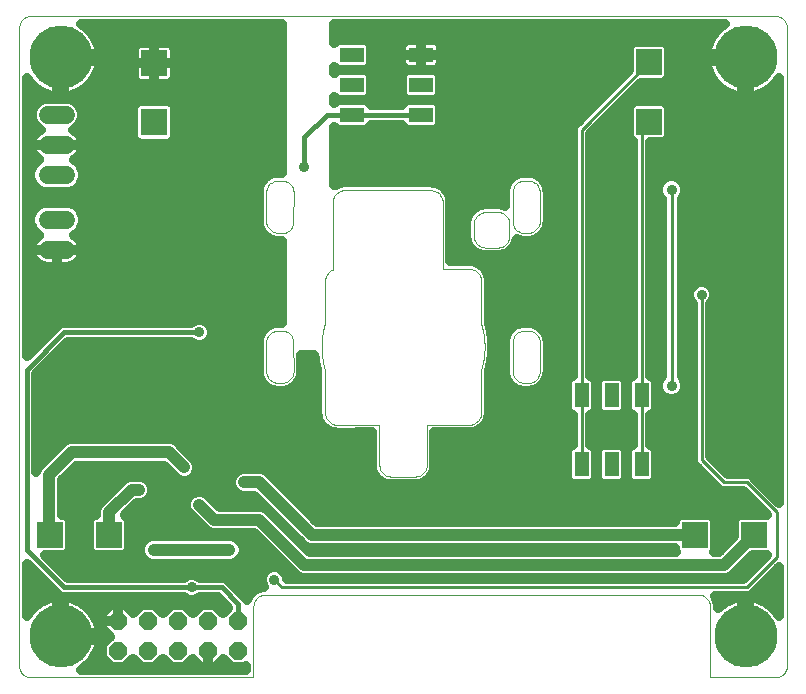
<source format=gbl>
G75*
%MOIN*%
%OFA0B0*%
%FSLAX25Y25*%
%IPPOS*%
%LPD*%
%AMOC8*
5,1,8,0,0,1.08239X$1,22.5*
%
%ADD10C,0.00004*%
%ADD11C,0.21000*%
%ADD12OC8,0.06000*%
%ADD13C,0.06000*%
%ADD14R,0.08600X0.08600*%
%ADD15R,0.05000X0.08000*%
%ADD16R,0.08000X0.05000*%
%ADD17C,0.03200*%
%ADD18C,0.03543*%
%ADD19C,0.01000*%
%ADD20C,0.04000*%
%ADD21C,0.01600*%
D10*
X0003842Y0003667D02*
X0004027Y0003504D01*
X0004223Y0003352D01*
X0004428Y0003213D01*
X0004640Y0003087D01*
X0004861Y0002975D01*
X0005088Y0002877D01*
X0005320Y0002793D01*
X0005558Y0002724D01*
X0005799Y0002670D01*
X0006044Y0002631D01*
X0006290Y0002608D01*
X0006537Y0002600D01*
X0080693Y0002600D01*
X0080691Y0026222D01*
X0080696Y0026428D01*
X0080750Y0026906D01*
X0080863Y0027373D01*
X0081031Y0027823D01*
X0081253Y0028250D01*
X0081525Y0028646D01*
X0081844Y0029006D01*
X0082204Y0029324D01*
X0082600Y0029597D01*
X0083026Y0029819D01*
X0083477Y0029987D01*
X0083944Y0030099D01*
X0084422Y0030154D01*
X0228978Y0030159D01*
X0229389Y0030137D01*
X0229863Y0030058D01*
X0230324Y0029922D01*
X0230765Y0029730D01*
X0231180Y0029486D01*
X0231561Y0029193D01*
X0231904Y0028856D01*
X0232203Y0028480D01*
X0232454Y0028070D01*
X0232654Y0027633D01*
X0232798Y0027174D01*
X0232885Y0026702D01*
X0232915Y0026222D01*
X0232915Y0002600D01*
X0254569Y0002600D01*
X0254816Y0002608D01*
X0255062Y0002631D01*
X0255306Y0002670D01*
X0255548Y0002724D01*
X0255785Y0002793D01*
X0256018Y0002877D01*
X0256245Y0002975D01*
X0256465Y0003087D01*
X0256678Y0003213D01*
X0256883Y0003352D01*
X0257078Y0003504D01*
X0257263Y0003667D01*
X0257439Y0003842D01*
X0257602Y0004027D01*
X0257754Y0004223D01*
X0257893Y0004428D01*
X0258019Y0004640D01*
X0258131Y0004861D01*
X0258229Y0005088D01*
X0258313Y0005320D01*
X0258382Y0005558D01*
X0258436Y0005799D01*
X0258474Y0006044D01*
X0258498Y0006290D01*
X0258506Y0006537D01*
X0258506Y0219135D01*
X0258498Y0219383D01*
X0258474Y0219629D01*
X0258436Y0219873D01*
X0258382Y0220115D01*
X0258313Y0220352D01*
X0258229Y0220585D01*
X0258131Y0220812D01*
X0258019Y0221032D01*
X0257893Y0221245D01*
X0257754Y0221450D01*
X0257602Y0221645D01*
X0257439Y0221830D01*
X0257263Y0222006D01*
X0257078Y0222169D01*
X0256883Y0222320D01*
X0256678Y0222459D01*
X0256465Y0222585D01*
X0256245Y0222698D01*
X0256018Y0222796D01*
X0255785Y0222880D01*
X0255548Y0222949D01*
X0255306Y0223003D01*
X0255062Y0223041D01*
X0254816Y0223065D01*
X0254569Y0223072D01*
X0006537Y0223072D01*
X0006290Y0223065D01*
X0006044Y0223041D01*
X0005799Y0223003D01*
X0005558Y0222949D01*
X0005320Y0222880D01*
X0005088Y0222796D01*
X0004861Y0222698D01*
X0004640Y0222585D01*
X0004428Y0222459D01*
X0004223Y0222320D01*
X0004027Y0222169D01*
X0003842Y0222006D01*
X0003667Y0221830D01*
X0003504Y0221645D01*
X0003352Y0221450D01*
X0003213Y0221245D01*
X0003087Y0221032D01*
X0002975Y0220812D01*
X0002877Y0220585D01*
X0002793Y0220352D01*
X0002724Y0220115D01*
X0002670Y0219873D01*
X0002631Y0219629D01*
X0002608Y0219383D01*
X0002600Y0219135D01*
X0002600Y0006537D01*
X0002608Y0006290D01*
X0002631Y0006044D01*
X0002670Y0005799D01*
X0002724Y0005558D01*
X0002793Y0005320D01*
X0002877Y0005088D01*
X0002975Y0004861D01*
X0003087Y0004640D01*
X0003213Y0004428D01*
X0003352Y0004223D01*
X0003504Y0004027D01*
X0003667Y0003842D01*
X0003842Y0003667D01*
X0086336Y0101696D02*
X0085993Y0102033D01*
X0085694Y0102409D01*
X0085443Y0102819D01*
X0085243Y0103256D01*
X0085099Y0103715D01*
X0085011Y0104187D01*
X0084982Y0104667D01*
X0084984Y0114450D01*
X0085030Y0114928D01*
X0085135Y0115398D01*
X0085295Y0115851D01*
X0085509Y0116281D01*
X0085775Y0116682D01*
X0086087Y0117048D01*
X0086441Y0117372D01*
X0086833Y0117651D01*
X0087255Y0117881D01*
X0087702Y0118057D01*
X0088168Y0118177D01*
X0088644Y0118240D01*
X0090100Y0118250D01*
X0090306Y0118244D01*
X0090784Y0118190D01*
X0091251Y0118078D01*
X0091701Y0117909D01*
X0092128Y0117687D01*
X0092524Y0117415D01*
X0092884Y0117096D01*
X0093202Y0116736D01*
X0093475Y0116340D01*
X0093696Y0115914D01*
X0093865Y0115464D01*
X0093977Y0114996D01*
X0094031Y0114519D01*
X0094035Y0104530D01*
X0093989Y0104051D01*
X0093885Y0103582D01*
X0093724Y0103129D01*
X0093509Y0102698D01*
X0093244Y0102298D01*
X0092932Y0101932D01*
X0092578Y0101607D01*
X0092186Y0101328D01*
X0091764Y0101099D01*
X0091317Y0100923D01*
X0090851Y0100802D01*
X0090375Y0100740D01*
X0088919Y0100730D01*
X0088507Y0100752D01*
X0088033Y0100831D01*
X0087572Y0100967D01*
X0087131Y0101159D01*
X0086717Y0101403D01*
X0086336Y0101696D01*
X0104194Y0106264D02*
X0104083Y0106725D01*
X0103981Y0107188D01*
X0103887Y0107653D01*
X0103800Y0108119D01*
X0103722Y0108587D01*
X0103652Y0109056D01*
X0103590Y0109526D01*
X0103536Y0109996D01*
X0103491Y0110469D01*
X0103454Y0110941D01*
X0103425Y0111415D01*
X0103404Y0111888D01*
X0103391Y0112362D01*
X0103387Y0112836D01*
X0103391Y0113310D01*
X0103404Y0113784D01*
X0103425Y0114258D01*
X0103454Y0114731D01*
X0103491Y0115204D01*
X0103536Y0115676D01*
X0103590Y0116147D01*
X0103652Y0116617D01*
X0103722Y0117086D01*
X0103800Y0117554D01*
X0103887Y0118020D01*
X0103981Y0118484D01*
X0104083Y0118947D01*
X0104194Y0119408D01*
X0104313Y0119867D01*
X0104440Y0120324D01*
X0104570Y0120765D01*
X0104569Y0134883D01*
X0104574Y0135089D01*
X0104628Y0135567D01*
X0104741Y0136034D01*
X0104909Y0136485D01*
X0105131Y0136911D01*
X0105403Y0137307D01*
X0105722Y0137667D01*
X0106082Y0137986D01*
X0106478Y0138258D01*
X0106904Y0138480D01*
X0107133Y0138565D01*
X0107128Y0161065D01*
X0107133Y0161270D01*
X0107187Y0161748D01*
X0107300Y0162216D01*
X0107468Y0162666D01*
X0107690Y0163092D01*
X0107962Y0163488D01*
X0108281Y0163848D01*
X0108641Y0164167D01*
X0109037Y0164439D01*
X0109463Y0164661D01*
X0109913Y0164830D01*
X0110381Y0164942D01*
X0110859Y0164996D01*
X0139805Y0165002D01*
X0140216Y0164980D01*
X0140690Y0164901D01*
X0141151Y0164764D01*
X0141592Y0164572D01*
X0142006Y0164328D01*
X0142387Y0164036D01*
X0142730Y0163699D01*
X0143030Y0163323D01*
X0143281Y0162913D01*
X0143480Y0162476D01*
X0143625Y0162017D01*
X0143712Y0161544D01*
X0143742Y0161065D01*
X0143742Y0138819D01*
X0152600Y0138820D01*
X0153011Y0138799D01*
X0153485Y0138720D01*
X0153946Y0138583D01*
X0154387Y0138391D01*
X0154802Y0138147D01*
X0155183Y0137855D01*
X0155526Y0137518D01*
X0155825Y0137142D01*
X0156076Y0136732D01*
X0156276Y0136294D01*
X0156420Y0135836D01*
X0156507Y0135363D01*
X0156537Y0134883D01*
X0156537Y0120759D01*
X0156666Y0120324D01*
X0156793Y0119867D01*
X0156911Y0119408D01*
X0157022Y0118947D01*
X0157124Y0118484D01*
X0157219Y0118020D01*
X0157306Y0117554D01*
X0157383Y0117086D01*
X0157454Y0116617D01*
X0157516Y0116147D01*
X0157569Y0115676D01*
X0157615Y0115204D01*
X0157652Y0114731D01*
X0157681Y0114258D01*
X0157702Y0113784D01*
X0157714Y0113310D01*
X0157718Y0112836D01*
X0157714Y0112362D01*
X0157702Y0111888D01*
X0157681Y0111415D01*
X0157652Y0110941D01*
X0157615Y0110469D01*
X0157569Y0109996D01*
X0157516Y0109526D01*
X0157454Y0109056D01*
X0157383Y0108587D01*
X0157306Y0108119D01*
X0157219Y0107653D01*
X0157124Y0107188D01*
X0157022Y0106725D01*
X0156911Y0106264D01*
X0156793Y0105805D01*
X0156666Y0105348D01*
X0156537Y0104914D01*
X0156537Y0090789D01*
X0156531Y0090583D01*
X0156477Y0090106D01*
X0156365Y0089638D01*
X0156196Y0089188D01*
X0155975Y0088761D01*
X0155702Y0088365D01*
X0155384Y0088005D01*
X0155024Y0087687D01*
X0154628Y0087414D01*
X0154201Y0087193D01*
X0153751Y0087024D01*
X0153283Y0086912D01*
X0152806Y0086857D01*
X0138488Y0086856D01*
X0138427Y0086837D01*
X0138427Y0073466D01*
X0138421Y0073260D01*
X0138367Y0072783D01*
X0138255Y0072315D01*
X0138086Y0071865D01*
X0137865Y0071439D01*
X0137592Y0071043D01*
X0137274Y0070682D01*
X0136913Y0070364D01*
X0136517Y0070091D01*
X0136091Y0069870D01*
X0135641Y0069701D01*
X0135173Y0069589D01*
X0134696Y0069535D01*
X0126616Y0069529D01*
X0126410Y0069535D01*
X0125932Y0069589D01*
X0125465Y0069701D01*
X0125015Y0069870D01*
X0124588Y0070091D01*
X0124192Y0070364D01*
X0123832Y0070682D01*
X0123513Y0071043D01*
X0123241Y0071439D01*
X0123019Y0071865D01*
X0122851Y0072315D01*
X0122739Y0072783D01*
X0122684Y0073260D01*
X0122683Y0086836D01*
X0122624Y0086854D01*
X0108506Y0086852D01*
X0108300Y0086857D01*
X0107822Y0086912D01*
X0107355Y0087024D01*
X0106904Y0087193D01*
X0106478Y0087414D01*
X0106082Y0087687D01*
X0105722Y0088005D01*
X0105403Y0088365D01*
X0105131Y0088761D01*
X0104909Y0089188D01*
X0104741Y0089638D01*
X0104628Y0090106D01*
X0104574Y0090583D01*
X0104572Y0104901D01*
X0104440Y0105348D01*
X0104313Y0105805D01*
X0104194Y0106264D01*
X0091251Y0150902D02*
X0090784Y0150790D01*
X0090306Y0150735D01*
X0090100Y0150730D01*
X0088644Y0150739D01*
X0088168Y0150802D01*
X0087702Y0150923D01*
X0087255Y0151099D01*
X0086833Y0151328D01*
X0086441Y0151607D01*
X0086087Y0151932D01*
X0085775Y0152298D01*
X0085509Y0152698D01*
X0085295Y0153129D01*
X0085135Y0153582D01*
X0085030Y0154051D01*
X0084984Y0154530D01*
X0084982Y0164313D01*
X0085011Y0164792D01*
X0085099Y0165265D01*
X0085243Y0165723D01*
X0085443Y0166161D01*
X0085694Y0166570D01*
X0085993Y0166947D01*
X0086336Y0167284D01*
X0086717Y0167576D01*
X0087131Y0167820D01*
X0087572Y0168012D01*
X0088033Y0168148D01*
X0088507Y0168228D01*
X0088919Y0168250D01*
X0090375Y0168240D01*
X0090851Y0168177D01*
X0091317Y0168057D01*
X0091764Y0167881D01*
X0092186Y0167651D01*
X0092578Y0167372D01*
X0092932Y0167047D01*
X0093244Y0166682D01*
X0093509Y0166281D01*
X0093724Y0165851D01*
X0093885Y0165398D01*
X0093989Y0164928D01*
X0094035Y0164450D01*
X0094031Y0154461D01*
X0093977Y0153983D01*
X0093865Y0153516D01*
X0093696Y0153066D01*
X0093475Y0152639D01*
X0093202Y0152243D01*
X0092884Y0151883D01*
X0092524Y0151565D01*
X0092128Y0151292D01*
X0091701Y0151070D01*
X0091251Y0150902D01*
X0154180Y0149638D02*
X0154175Y0153781D01*
X0154180Y0153987D01*
X0154235Y0154465D01*
X0154347Y0154932D01*
X0154515Y0155382D01*
X0154737Y0155809D01*
X0155009Y0156205D01*
X0155328Y0156565D01*
X0155688Y0156883D01*
X0156084Y0157156D01*
X0156511Y0157378D01*
X0156961Y0157546D01*
X0157428Y0157658D01*
X0157906Y0157713D01*
X0162049Y0157718D01*
X0162460Y0157696D01*
X0162934Y0157617D01*
X0163395Y0157481D01*
X0163836Y0157289D01*
X0164250Y0157045D01*
X0164632Y0156752D01*
X0164974Y0156415D01*
X0165274Y0156039D01*
X0165525Y0155630D01*
X0165724Y0155192D01*
X0165869Y0154733D01*
X0165956Y0154261D01*
X0165986Y0153781D01*
X0165986Y0149844D01*
X0165980Y0149638D01*
X0165926Y0149160D01*
X0165814Y0148693D01*
X0165645Y0148243D01*
X0165424Y0147817D01*
X0165151Y0147420D01*
X0164833Y0147060D01*
X0164472Y0146742D01*
X0164076Y0146469D01*
X0163650Y0146248D01*
X0163200Y0146079D01*
X0162732Y0145967D01*
X0162255Y0145913D01*
X0158112Y0145907D01*
X0157906Y0145913D01*
X0157428Y0145967D01*
X0156961Y0146079D01*
X0156511Y0146248D01*
X0156084Y0146469D01*
X0155688Y0146742D01*
X0155328Y0147060D01*
X0155009Y0147420D01*
X0154737Y0147817D01*
X0154515Y0148243D01*
X0154347Y0148693D01*
X0154235Y0149160D01*
X0154180Y0149638D01*
X0167128Y0153983D02*
X0167074Y0154461D01*
X0167071Y0164450D01*
X0167117Y0164928D01*
X0167221Y0165398D01*
X0167381Y0165851D01*
X0167596Y0166281D01*
X0167861Y0166682D01*
X0168174Y0167047D01*
X0168528Y0167372D01*
X0168919Y0167651D01*
X0169342Y0167881D01*
X0169789Y0168057D01*
X0170254Y0168177D01*
X0170731Y0168240D01*
X0172187Y0168250D01*
X0172598Y0168228D01*
X0173072Y0168148D01*
X0173533Y0168012D01*
X0173974Y0167820D01*
X0174388Y0167576D01*
X0174769Y0167284D01*
X0175112Y0166947D01*
X0175411Y0166570D01*
X0175663Y0166161D01*
X0175862Y0165723D01*
X0176007Y0165265D01*
X0176094Y0164792D01*
X0176124Y0164313D01*
X0176121Y0154530D01*
X0176075Y0154051D01*
X0175971Y0153582D01*
X0175811Y0153129D01*
X0175596Y0152698D01*
X0175331Y0152298D01*
X0175019Y0151932D01*
X0174664Y0151607D01*
X0174273Y0151328D01*
X0173850Y0151099D01*
X0173403Y0150923D01*
X0172938Y0150802D01*
X0172461Y0150739D01*
X0171006Y0150730D01*
X0170800Y0150735D01*
X0170322Y0150790D01*
X0169854Y0150902D01*
X0169404Y0151070D01*
X0168978Y0151292D01*
X0168581Y0151565D01*
X0168222Y0151883D01*
X0167903Y0152243D01*
X0167631Y0152639D01*
X0167409Y0153066D01*
X0167241Y0153516D01*
X0167128Y0153983D01*
X0170800Y0118244D02*
X0171006Y0118250D01*
X0172461Y0118240D01*
X0172938Y0118177D01*
X0173403Y0118057D01*
X0173850Y0117881D01*
X0174273Y0117651D01*
X0174664Y0117372D01*
X0175019Y0117048D01*
X0175331Y0116682D01*
X0175596Y0116281D01*
X0175811Y0115851D01*
X0175971Y0115398D01*
X0176075Y0114928D01*
X0176121Y0114450D01*
X0176124Y0104667D01*
X0176094Y0104187D01*
X0176007Y0103715D01*
X0175862Y0103256D01*
X0175663Y0102819D01*
X0175411Y0102409D01*
X0175112Y0102033D01*
X0174769Y0101696D01*
X0174388Y0101403D01*
X0173974Y0101159D01*
X0173533Y0100967D01*
X0173072Y0100831D01*
X0172598Y0100752D01*
X0172187Y0100730D01*
X0170731Y0100740D01*
X0170254Y0100802D01*
X0169789Y0100923D01*
X0169342Y0101099D01*
X0168919Y0101328D01*
X0168528Y0101607D01*
X0168174Y0101932D01*
X0167861Y0102298D01*
X0167596Y0102698D01*
X0167381Y0103129D01*
X0167221Y0103582D01*
X0167117Y0104051D01*
X0167071Y0104530D01*
X0167074Y0114519D01*
X0167128Y0114996D01*
X0167241Y0115464D01*
X0167409Y0115914D01*
X0167631Y0116340D01*
X0167903Y0116736D01*
X0168222Y0117096D01*
X0168581Y0117415D01*
X0168978Y0117687D01*
X0169404Y0117909D01*
X0169854Y0118078D01*
X0170322Y0118190D01*
X0170800Y0118244D01*
D11*
X0244726Y0209293D03*
X0244726Y0016380D03*
X0016380Y0016380D03*
X0016380Y0209293D03*
D12*
X0035553Y0021380D03*
X0045553Y0021380D03*
X0055553Y0021380D03*
X0065553Y0021380D03*
X0075553Y0021380D03*
X0075553Y0011380D03*
X0065553Y0011380D03*
X0055553Y0011380D03*
X0045553Y0011380D03*
X0035553Y0011380D03*
D13*
X0018100Y0145100D02*
X0012100Y0145100D01*
X0012100Y0155100D02*
X0018100Y0155100D01*
X0018100Y0170100D02*
X0012100Y0170100D01*
X0012100Y0180100D02*
X0018100Y0180100D01*
X0018100Y0190100D02*
X0012100Y0190100D01*
D14*
X0047600Y0187600D03*
X0047600Y0207285D03*
X0032600Y0050100D03*
X0012915Y0050100D03*
X0212600Y0187915D03*
X0212600Y0207600D03*
X0227915Y0050100D03*
X0247600Y0050100D03*
D15*
X0210100Y0073600D03*
X0200100Y0073600D03*
X0190100Y0073600D03*
X0190100Y0096600D03*
X0200100Y0096600D03*
X0210100Y0096600D03*
D16*
X0136600Y0190100D03*
X0136600Y0200100D03*
X0136600Y0210100D03*
X0113600Y0210100D03*
X0113600Y0200100D03*
X0113600Y0190100D03*
D17*
X0118077Y0195000D02*
X0109123Y0195000D01*
X0108241Y0194635D01*
X0107600Y0193994D01*
X0107600Y0196206D01*
X0108241Y0195565D01*
X0109123Y0195200D01*
X0118077Y0195200D01*
X0118959Y0195565D01*
X0119635Y0196241D01*
X0120000Y0197123D01*
X0120000Y0203077D01*
X0119635Y0203959D01*
X0118959Y0204635D01*
X0118077Y0205000D01*
X0109123Y0205000D01*
X0108241Y0204635D01*
X0107600Y0203994D01*
X0107600Y0206206D01*
X0108241Y0205565D01*
X0109123Y0205200D01*
X0118077Y0205200D01*
X0118959Y0205565D01*
X0119635Y0206241D01*
X0120000Y0207123D01*
X0120000Y0213077D01*
X0119635Y0213959D01*
X0118959Y0214635D01*
X0118077Y0215000D01*
X0109123Y0215000D01*
X0108241Y0214635D01*
X0107600Y0213994D01*
X0107600Y0220470D01*
X0237875Y0220470D01*
X0236913Y0219828D01*
X0235918Y0219011D01*
X0235008Y0218101D01*
X0234191Y0217106D01*
X0233476Y0216036D01*
X0232869Y0214901D01*
X0232377Y0213711D01*
X0232003Y0212480D01*
X0231752Y0211217D01*
X0231676Y0210449D01*
X0243570Y0210449D01*
X0243570Y0208137D01*
X0231676Y0208137D01*
X0231752Y0207368D01*
X0232003Y0206106D01*
X0232377Y0204874D01*
X0232869Y0203685D01*
X0233476Y0202550D01*
X0234191Y0201480D01*
X0235008Y0200485D01*
X0235918Y0199575D01*
X0236913Y0198758D01*
X0237983Y0198043D01*
X0239118Y0197436D01*
X0240307Y0196944D01*
X0241539Y0196570D01*
X0242801Y0196319D01*
X0243570Y0196243D01*
X0243570Y0208137D01*
X0245882Y0208137D01*
X0245882Y0196243D01*
X0246650Y0196319D01*
X0247913Y0196570D01*
X0249145Y0196944D01*
X0250334Y0197436D01*
X0251469Y0198043D01*
X0252539Y0198758D01*
X0253534Y0199575D01*
X0254444Y0200485D01*
X0255261Y0201480D01*
X0255904Y0202442D01*
X0255904Y0060898D01*
X0247558Y0069243D01*
X0246743Y0070058D01*
X0245677Y0070500D01*
X0238801Y0070500D01*
X0233000Y0076301D01*
X0233000Y0127100D01*
X0233637Y0127737D01*
X0234272Y0129270D01*
X0234272Y0130930D01*
X0233637Y0132463D01*
X0232463Y0133637D01*
X0230930Y0134272D01*
X0229270Y0134272D01*
X0227737Y0133637D01*
X0226563Y0132463D01*
X0225928Y0130930D01*
X0225928Y0129270D01*
X0226563Y0127737D01*
X0227200Y0127100D01*
X0227200Y0074523D01*
X0227641Y0073457D01*
X0228457Y0072641D01*
X0235957Y0065141D01*
X0237023Y0064700D01*
X0243899Y0064700D01*
X0251799Y0056800D01*
X0242823Y0056800D01*
X0241941Y0056435D01*
X0241265Y0055759D01*
X0240900Y0054877D01*
X0240900Y0049623D01*
X0235777Y0044500D01*
X0234274Y0044500D01*
X0234615Y0045323D01*
X0234615Y0054877D01*
X0234250Y0055759D01*
X0233574Y0056435D01*
X0232692Y0056800D01*
X0223138Y0056800D01*
X0222255Y0056435D01*
X0221580Y0055759D01*
X0221215Y0054877D01*
X0221215Y0054500D01*
X0101923Y0054500D01*
X0085092Y0071330D01*
X0083475Y0072000D01*
X0076725Y0072000D01*
X0075108Y0071330D01*
X0073870Y0070092D01*
X0073200Y0068475D01*
X0073200Y0066725D01*
X0073870Y0065108D01*
X0075108Y0063870D01*
X0076725Y0063200D01*
X0080777Y0063200D01*
X0096370Y0047608D01*
X0097608Y0046370D01*
X0099225Y0045700D01*
X0221215Y0045700D01*
X0221215Y0045323D01*
X0221556Y0044500D01*
X0099423Y0044500D01*
X0085092Y0058830D01*
X0083475Y0059500D01*
X0069423Y0059500D01*
X0065092Y0063830D01*
X0063475Y0064500D01*
X0061725Y0064500D01*
X0060108Y0063830D01*
X0058870Y0062592D01*
X0058200Y0060975D01*
X0058200Y0059225D01*
X0058870Y0057608D01*
X0063870Y0052608D01*
X0065108Y0051370D01*
X0066725Y0050700D01*
X0080777Y0050700D01*
X0093870Y0037608D01*
X0095108Y0036370D01*
X0096725Y0035700D01*
X0238475Y0035700D01*
X0240092Y0036370D01*
X0247123Y0043400D01*
X0251799Y0043400D01*
X0243899Y0035500D01*
X0091772Y0035500D01*
X0091772Y0035930D01*
X0091137Y0037463D01*
X0089963Y0038637D01*
X0088430Y0039272D01*
X0086770Y0039272D01*
X0085237Y0038637D01*
X0084063Y0037463D01*
X0083428Y0035930D01*
X0083428Y0034270D01*
X0084056Y0032756D01*
X0083904Y0032756D01*
X0083877Y0032744D01*
X0083840Y0032750D01*
X0083491Y0032666D01*
X0083135Y0032626D01*
X0083095Y0032604D01*
X0083050Y0032605D01*
X0082714Y0032480D01*
X0082366Y0032396D01*
X0082329Y0032370D01*
X0082284Y0032366D01*
X0081966Y0032200D01*
X0081630Y0032075D01*
X0081597Y0032044D01*
X0081553Y0032034D01*
X0081257Y0031831D01*
X0080939Y0031666D01*
X0080910Y0031631D01*
X0080867Y0031616D01*
X0080599Y0031379D01*
X0080303Y0031176D01*
X0080279Y0031138D01*
X0080238Y0031118D01*
X0080000Y0030849D01*
X0079732Y0030611D01*
X0079712Y0030571D01*
X0079674Y0030546D01*
X0079471Y0030251D01*
X0079234Y0029983D01*
X0079219Y0029939D01*
X0079184Y0029910D01*
X0079018Y0029592D01*
X0078815Y0029297D01*
X0078806Y0029253D01*
X0078775Y0029219D01*
X0078649Y0028884D01*
X0078484Y0028566D01*
X0078480Y0028520D01*
X0078459Y0028492D01*
X0078266Y0028960D01*
X0077365Y0029860D01*
X0072813Y0034413D01*
X0071913Y0035313D01*
X0070737Y0035800D01*
X0062800Y0035800D01*
X0062463Y0036137D01*
X0060930Y0036772D01*
X0059270Y0036772D01*
X0057737Y0036137D01*
X0057400Y0035800D01*
X0018925Y0035800D01*
X0011325Y0043400D01*
X0017692Y0043400D01*
X0018574Y0043765D01*
X0019250Y0044441D01*
X0019615Y0045323D01*
X0019615Y0054877D01*
X0019250Y0055759D01*
X0018574Y0056435D01*
X0017692Y0056800D01*
X0017000Y0056800D01*
X0017000Y0068277D01*
X0021923Y0073200D01*
X0050777Y0073200D01*
X0055108Y0068870D01*
X0056725Y0068200D01*
X0058475Y0068200D01*
X0060092Y0068870D01*
X0061330Y0070108D01*
X0062000Y0071725D01*
X0062000Y0073475D01*
X0061330Y0075092D01*
X0056330Y0080092D01*
X0055092Y0081330D01*
X0053475Y0082000D01*
X0019225Y0082000D01*
X0017608Y0081330D01*
X0008870Y0072592D01*
X0008300Y0071217D01*
X0008300Y0103775D01*
X0018925Y0114400D01*
X0059900Y0114400D01*
X0060237Y0114063D01*
X0061770Y0113428D01*
X0063430Y0113428D01*
X0064963Y0114063D01*
X0066137Y0115237D01*
X0066772Y0116770D01*
X0066772Y0118430D01*
X0066137Y0119963D01*
X0064963Y0121137D01*
X0063430Y0121772D01*
X0061770Y0121772D01*
X0060237Y0121137D01*
X0059900Y0120800D01*
X0016963Y0120800D01*
X0015787Y0120313D01*
X0014887Y0119413D01*
X0014887Y0119413D01*
X0005202Y0109727D01*
X0005202Y0202442D01*
X0005845Y0201480D01*
X0006661Y0200485D01*
X0007571Y0199575D01*
X0008566Y0198758D01*
X0009637Y0198043D01*
X0010772Y0197436D01*
X0011961Y0196944D01*
X0013193Y0196570D01*
X0014455Y0196319D01*
X0015224Y0196243D01*
X0015224Y0208137D01*
X0017535Y0208137D01*
X0017535Y0196243D01*
X0018304Y0196319D01*
X0019566Y0196570D01*
X0020798Y0196944D01*
X0021987Y0197436D01*
X0023122Y0198043D01*
X0024193Y0198758D01*
X0025188Y0199575D01*
X0026098Y0200485D01*
X0026914Y0201480D01*
X0027629Y0202550D01*
X0028236Y0203685D01*
X0028729Y0204874D01*
X0029102Y0206106D01*
X0029353Y0207368D01*
X0029429Y0208137D01*
X0017536Y0208137D01*
X0017536Y0210449D01*
X0029429Y0210449D01*
X0029353Y0211217D01*
X0029102Y0212480D01*
X0028729Y0213711D01*
X0028236Y0214901D01*
X0027629Y0216036D01*
X0026914Y0217106D01*
X0026098Y0218101D01*
X0025188Y0219011D01*
X0024193Y0219828D01*
X0023230Y0220470D01*
X0090100Y0220470D01*
X0090100Y0170860D01*
X0090041Y0170844D01*
X0089374Y0170849D01*
X0089299Y0170875D01*
X0088859Y0170852D01*
X0088703Y0170853D01*
X0088587Y0170880D01*
X0088440Y0170855D01*
X0088419Y0170855D01*
X0088404Y0170849D01*
X0088223Y0170819D01*
X0087854Y0170799D01*
X0087828Y0170787D01*
X0087793Y0170790D01*
X0087447Y0170688D01*
X0087093Y0170629D01*
X0087055Y0170606D01*
X0087010Y0170605D01*
X0086682Y0170462D01*
X0086339Y0170361D01*
X0086302Y0170331D01*
X0086256Y0170325D01*
X0085948Y0170143D01*
X0085619Y0170000D01*
X0085588Y0169967D01*
X0085544Y0169956D01*
X0085259Y0169737D01*
X0084950Y0169555D01*
X0084923Y0169519D01*
X0084882Y0169502D01*
X0084626Y0169251D01*
X0084341Y0169033D01*
X0084319Y0168993D01*
X0084279Y0168971D01*
X0084056Y0168691D01*
X0083800Y0168440D01*
X0083783Y0168398D01*
X0083746Y0168371D01*
X0083559Y0168065D01*
X0083335Y0167785D01*
X0083323Y0167742D01*
X0083291Y0167712D01*
X0083142Y0167385D01*
X0082954Y0167079D01*
X0082947Y0167034D01*
X0082917Y0166999D01*
X0082810Y0166658D01*
X0082661Y0166333D01*
X0082660Y0166286D01*
X0082634Y0166247D01*
X0082569Y0165895D01*
X0082462Y0165554D01*
X0082466Y0165508D01*
X0082446Y0165469D01*
X0082424Y0165110D01*
X0082359Y0164756D01*
X0082380Y0164657D01*
X0082380Y0164392D01*
X0082353Y0163956D01*
X0082380Y0163877D01*
X0082382Y0154918D01*
X0082345Y0154795D01*
X0082382Y0154404D01*
X0082382Y0154017D01*
X0082378Y0153992D01*
X0082456Y0153643D01*
X0082490Y0153287D01*
X0082511Y0153246D01*
X0082509Y0153202D01*
X0082629Y0152863D01*
X0082707Y0152512D01*
X0082732Y0152476D01*
X0082735Y0152431D01*
X0082895Y0152111D01*
X0083014Y0151773D01*
X0083045Y0151739D01*
X0083054Y0151694D01*
X0083252Y0151395D01*
X0083412Y0151074D01*
X0083446Y0151045D01*
X0083460Y0151002D01*
X0083693Y0150729D01*
X0083891Y0150430D01*
X0083929Y0150404D01*
X0083948Y0150362D01*
X0084212Y0150121D01*
X0084444Y0149849D01*
X0084485Y0149828D01*
X0084509Y0149790D01*
X0084801Y0149581D01*
X0085066Y0149339D01*
X0085108Y0149324D01*
X0085136Y0149289D01*
X0085451Y0149118D01*
X0085743Y0148909D01*
X0085787Y0148899D01*
X0085821Y0148867D01*
X0086153Y0148736D01*
X0086468Y0148565D01*
X0086513Y0148561D01*
X0086549Y0148534D01*
X0086897Y0148444D01*
X0087231Y0148312D01*
X0087275Y0148313D01*
X0087314Y0148291D01*
X0087669Y0148244D01*
X0088017Y0148154D01*
X0088064Y0148160D01*
X0088110Y0148141D01*
X0088465Y0148139D01*
X0088817Y0148092D01*
X0088978Y0148135D01*
X0089610Y0148131D01*
X0089652Y0148115D01*
X0089974Y0148124D01*
X0090086Y0148092D01*
X0090100Y0148093D01*
X0090100Y0120886D01*
X0090086Y0120888D01*
X0089974Y0120856D01*
X0089652Y0120864D01*
X0089610Y0120848D01*
X0088978Y0120844D01*
X0088817Y0120887D01*
X0088465Y0120841D01*
X0088110Y0120839D01*
X0088064Y0120819D01*
X0088017Y0120826D01*
X0087669Y0120736D01*
X0087314Y0120689D01*
X0087275Y0120667D01*
X0087231Y0120667D01*
X0086897Y0120536D01*
X0086549Y0120446D01*
X0086513Y0120419D01*
X0086468Y0120414D01*
X0086153Y0120243D01*
X0085821Y0120112D01*
X0085787Y0120080D01*
X0085743Y0120070D01*
X0085451Y0119862D01*
X0085136Y0119690D01*
X0085108Y0119656D01*
X0085066Y0119641D01*
X0084801Y0119398D01*
X0084509Y0119190D01*
X0084485Y0119152D01*
X0084444Y0119131D01*
X0084212Y0118859D01*
X0083948Y0118617D01*
X0083929Y0118575D01*
X0083891Y0118550D01*
X0083693Y0118251D01*
X0083460Y0117978D01*
X0083446Y0117935D01*
X0083412Y0117905D01*
X0083252Y0117585D01*
X0083054Y0117286D01*
X0083045Y0117241D01*
X0083014Y0117206D01*
X0082895Y0116869D01*
X0082735Y0116549D01*
X0082732Y0116503D01*
X0082707Y0116468D01*
X0082629Y0116116D01*
X0082509Y0115777D01*
X0082511Y0115733D01*
X0082490Y0115693D01*
X0082456Y0115337D01*
X0082378Y0114988D01*
X0082382Y0114963D01*
X0082382Y0114575D01*
X0082345Y0114184D01*
X0082382Y0114061D01*
X0082380Y0105102D01*
X0082353Y0105024D01*
X0082380Y0104587D01*
X0082380Y0104323D01*
X0082359Y0104223D01*
X0082424Y0103870D01*
X0082446Y0103511D01*
X0082466Y0103471D01*
X0082462Y0103426D01*
X0082569Y0103085D01*
X0082634Y0102733D01*
X0082660Y0102694D01*
X0082661Y0102647D01*
X0082810Y0102321D01*
X0082917Y0101980D01*
X0082947Y0101945D01*
X0082954Y0101901D01*
X0083142Y0101594D01*
X0083291Y0101268D01*
X0083323Y0101238D01*
X0083335Y0101195D01*
X0083559Y0100914D01*
X0083746Y0100608D01*
X0083783Y0100582D01*
X0083800Y0100540D01*
X0084056Y0100289D01*
X0084279Y0100008D01*
X0084319Y0099986D01*
X0084341Y0099947D01*
X0084626Y0099728D01*
X0084882Y0099477D01*
X0084923Y0099460D01*
X0084950Y0099424D01*
X0085259Y0099242D01*
X0085544Y0099024D01*
X0085588Y0099012D01*
X0085619Y0098979D01*
X0085948Y0098836D01*
X0086256Y0098655D01*
X0086302Y0098648D01*
X0086339Y0098619D01*
X0086682Y0098517D01*
X0087010Y0098375D01*
X0087055Y0098374D01*
X0087093Y0098351D01*
X0087447Y0098291D01*
X0087793Y0098189D01*
X0087828Y0098193D01*
X0087854Y0098180D01*
X0088223Y0098161D01*
X0088404Y0098131D01*
X0088419Y0098125D01*
X0088440Y0098125D01*
X0088587Y0098100D01*
X0088703Y0098126D01*
X0088859Y0098127D01*
X0089299Y0098104D01*
X0089374Y0098131D01*
X0090041Y0098135D01*
X0090201Y0098093D01*
X0090554Y0098139D01*
X0090910Y0098141D01*
X0090955Y0098160D01*
X0091002Y0098154D01*
X0091349Y0098243D01*
X0091703Y0098290D01*
X0091743Y0098313D01*
X0091788Y0098312D01*
X0092122Y0098444D01*
X0092470Y0098534D01*
X0092505Y0098561D01*
X0092551Y0098565D01*
X0092865Y0098736D01*
X0093198Y0098867D01*
X0093231Y0098899D01*
X0093276Y0098909D01*
X0093568Y0099118D01*
X0093883Y0099289D01*
X0093912Y0099324D01*
X0093954Y0099340D01*
X0094218Y0099582D01*
X0094510Y0099790D01*
X0094534Y0099828D01*
X0094574Y0099848D01*
X0094807Y0100121D01*
X0095072Y0100364D01*
X0095090Y0100404D01*
X0095128Y0100430D01*
X0095326Y0100728D01*
X0095558Y0101001D01*
X0095573Y0101044D01*
X0095607Y0101074D01*
X0095767Y0101395D01*
X0095965Y0101694D01*
X0095973Y0101738D01*
X0096004Y0101772D01*
X0096123Y0102110D01*
X0096284Y0102431D01*
X0096287Y0102476D01*
X0096313Y0102514D01*
X0096390Y0102863D01*
X0096510Y0103200D01*
X0096508Y0103246D01*
X0096529Y0103287D01*
X0096563Y0103644D01*
X0096641Y0103994D01*
X0096637Y0104017D01*
X0096637Y0104405D01*
X0096674Y0104795D01*
X0096636Y0104919D01*
X0096635Y0110100D01*
X0100906Y0110100D01*
X0100920Y0109976D01*
X0100938Y0109747D01*
X0100948Y0109727D01*
X0100948Y0109725D01*
X0100949Y0109722D01*
X0100943Y0109700D01*
X0100973Y0109467D01*
X0100996Y0109233D01*
X0101007Y0109212D01*
X0101007Y0109209D01*
X0101007Y0109206D01*
X0101002Y0109183D01*
X0101036Y0108950D01*
X0101063Y0108717D01*
X0101074Y0108697D01*
X0101075Y0108694D01*
X0101075Y0108690D01*
X0101070Y0108667D01*
X0101109Y0108436D01*
X0101139Y0108203D01*
X0101151Y0108183D01*
X0101152Y0108179D01*
X0101152Y0108176D01*
X0101147Y0108152D01*
X0101190Y0107921D01*
X0101225Y0107690D01*
X0101237Y0107670D01*
X0101238Y0107666D01*
X0101238Y0107664D01*
X0101234Y0107641D01*
X0101279Y0107416D01*
X0101319Y0107179D01*
X0101332Y0107158D01*
X0101332Y0107156D01*
X0101333Y0107154D01*
X0101329Y0107132D01*
X0101380Y0106901D01*
X0101423Y0106669D01*
X0101435Y0106649D01*
X0101436Y0106648D01*
X0101436Y0106645D01*
X0101433Y0106621D01*
X0101489Y0106386D01*
X0101534Y0106162D01*
X0101547Y0106144D01*
X0101548Y0106141D01*
X0101549Y0106137D01*
X0101545Y0106113D01*
X0101604Y0105886D01*
X0101655Y0105658D01*
X0101668Y0105638D01*
X0101669Y0105634D01*
X0101670Y0105631D01*
X0101667Y0105608D01*
X0101729Y0105386D01*
X0101785Y0105154D01*
X0101799Y0105134D01*
X0101800Y0105131D01*
X0101800Y0105129D01*
X0101798Y0105107D01*
X0101864Y0104884D01*
X0101924Y0104652D01*
X0101938Y0104633D01*
X0101939Y0104631D01*
X0101970Y0104517D01*
X0101972Y0090949D01*
X0101930Y0090803D01*
X0101972Y0090435D01*
X0101972Y0090065D01*
X0101983Y0090038D01*
X0101977Y0090001D01*
X0102061Y0089653D01*
X0102102Y0089297D01*
X0102124Y0089257D01*
X0102122Y0089211D01*
X0102248Y0088876D01*
X0102331Y0088527D01*
X0102358Y0088491D01*
X0102362Y0088447D01*
X0102527Y0088128D01*
X0102653Y0087791D01*
X0102684Y0087759D01*
X0102694Y0087713D01*
X0102896Y0087419D01*
X0103061Y0087102D01*
X0103096Y0087072D01*
X0103111Y0087030D01*
X0103349Y0086760D01*
X0103553Y0086464D01*
X0103590Y0086440D01*
X0103610Y0086399D01*
X0103878Y0086162D01*
X0104115Y0085894D01*
X0104156Y0085874D01*
X0104181Y0085836D01*
X0104477Y0085633D01*
X0104746Y0085394D01*
X0104789Y0085380D01*
X0104819Y0085344D01*
X0105135Y0085180D01*
X0105430Y0084977D01*
X0105475Y0084967D01*
X0105508Y0084937D01*
X0105844Y0084811D01*
X0106163Y0084645D01*
X0106207Y0084641D01*
X0106244Y0084615D01*
X0106592Y0084531D01*
X0106928Y0084406D01*
X0106974Y0084407D01*
X0107014Y0084385D01*
X0107370Y0084345D01*
X0107718Y0084261D01*
X0107768Y0084269D01*
X0107955Y0084264D01*
X0107988Y0084250D01*
X0108201Y0084250D01*
X0108520Y0084214D01*
X0108631Y0084246D01*
X0108953Y0084237D01*
X0108987Y0084250D01*
X0120081Y0084252D01*
X0120082Y0073626D01*
X0120040Y0073480D01*
X0120082Y0073113D01*
X0120082Y0072742D01*
X0120093Y0072716D01*
X0120088Y0072679D01*
X0120171Y0072330D01*
X0120212Y0071974D01*
X0120234Y0071934D01*
X0120233Y0071887D01*
X0120358Y0071552D01*
X0120441Y0071205D01*
X0120468Y0071168D01*
X0120472Y0071124D01*
X0120638Y0070805D01*
X0120764Y0070468D01*
X0120794Y0070435D01*
X0120804Y0070390D01*
X0121006Y0070096D01*
X0121171Y0069779D01*
X0121207Y0069749D01*
X0121221Y0069707D01*
X0121459Y0069438D01*
X0121663Y0069141D01*
X0121700Y0069117D01*
X0121721Y0069076D01*
X0121989Y0068839D01*
X0122225Y0068571D01*
X0122267Y0068551D01*
X0122291Y0068513D01*
X0122587Y0068310D01*
X0122856Y0068072D01*
X0122899Y0068057D01*
X0122929Y0068021D01*
X0123246Y0067857D01*
X0123540Y0067654D01*
X0123585Y0067645D01*
X0123617Y0067614D01*
X0123954Y0067488D01*
X0124274Y0067322D01*
X0124317Y0067319D01*
X0124354Y0067292D01*
X0124702Y0067208D01*
X0125037Y0067083D01*
X0125084Y0067085D01*
X0125124Y0067062D01*
X0125480Y0067022D01*
X0125829Y0066938D01*
X0125878Y0066946D01*
X0126066Y0066941D01*
X0126100Y0066927D01*
X0126313Y0066927D01*
X0126630Y0066891D01*
X0126742Y0066923D01*
X0127063Y0066914D01*
X0127098Y0066927D01*
X0134331Y0066932D01*
X0134476Y0066891D01*
X0134844Y0066933D01*
X0135215Y0066933D01*
X0135241Y0066944D01*
X0135277Y0066938D01*
X0135625Y0067022D01*
X0135982Y0067062D01*
X0136022Y0067085D01*
X0136069Y0067083D01*
X0136404Y0067208D01*
X0136751Y0067292D01*
X0136788Y0067319D01*
X0136832Y0067322D01*
X0137151Y0067488D01*
X0137488Y0067614D01*
X0137520Y0067645D01*
X0137566Y0067654D01*
X0137860Y0067857D01*
X0138177Y0068021D01*
X0138207Y0068057D01*
X0138249Y0068072D01*
X0138518Y0068310D01*
X0138814Y0068513D01*
X0138839Y0068551D01*
X0138880Y0068571D01*
X0139117Y0068839D01*
X0139385Y0069076D01*
X0139405Y0069117D01*
X0139443Y0069141D01*
X0139646Y0069438D01*
X0139884Y0069707D01*
X0139899Y0069749D01*
X0139934Y0069779D01*
X0140099Y0070096D01*
X0140302Y0070390D01*
X0140311Y0070435D01*
X0140341Y0070468D01*
X0140468Y0070805D01*
X0140634Y0071124D01*
X0140637Y0071168D01*
X0140664Y0071205D01*
X0140748Y0071552D01*
X0140873Y0071887D01*
X0140871Y0071934D01*
X0140894Y0071974D01*
X0140934Y0072330D01*
X0141018Y0072679D01*
X0141010Y0072729D01*
X0141015Y0072915D01*
X0141029Y0072949D01*
X0141029Y0073161D01*
X0141065Y0073480D01*
X0141033Y0073592D01*
X0141042Y0073914D01*
X0141029Y0073948D01*
X0141029Y0084254D01*
X0152440Y0084255D01*
X0152586Y0084214D01*
X0152954Y0084256D01*
X0153324Y0084256D01*
X0153351Y0084267D01*
X0153388Y0084261D01*
X0153736Y0084345D01*
X0154092Y0084385D01*
X0154132Y0084407D01*
X0154178Y0084406D01*
X0154513Y0084531D01*
X0154862Y0084615D01*
X0154898Y0084641D01*
X0154942Y0084645D01*
X0155261Y0084811D01*
X0155598Y0084937D01*
X0155630Y0084967D01*
X0155676Y0084977D01*
X0155970Y0085180D01*
X0156287Y0085344D01*
X0156317Y0085380D01*
X0156359Y0085394D01*
X0156629Y0085632D01*
X0156925Y0085836D01*
X0156949Y0085874D01*
X0156990Y0085894D01*
X0157227Y0086162D01*
X0157495Y0086399D01*
X0157515Y0086440D01*
X0157553Y0086464D01*
X0157756Y0086760D01*
X0157994Y0087030D01*
X0158009Y0087072D01*
X0158045Y0087102D01*
X0158209Y0087419D01*
X0158412Y0087713D01*
X0158422Y0087759D01*
X0158452Y0087791D01*
X0158578Y0088128D01*
X0158744Y0088447D01*
X0158748Y0088491D01*
X0158774Y0088527D01*
X0158858Y0088876D01*
X0158983Y0089211D01*
X0158982Y0089257D01*
X0159004Y0089297D01*
X0159044Y0089653D01*
X0159128Y0090001D01*
X0159120Y0090051D01*
X0159125Y0090238D01*
X0159139Y0090271D01*
X0159139Y0090484D01*
X0159175Y0090803D01*
X0159143Y0090915D01*
X0159152Y0091237D01*
X0159139Y0091270D01*
X0159139Y0104530D01*
X0159167Y0104631D01*
X0159168Y0104634D01*
X0159183Y0104654D01*
X0159243Y0104887D01*
X0159308Y0105106D01*
X0159305Y0105129D01*
X0159306Y0105132D01*
X0159307Y0105135D01*
X0159320Y0105154D01*
X0159374Y0105375D01*
X0159438Y0105608D01*
X0159435Y0105632D01*
X0159436Y0105635D01*
X0159436Y0105637D01*
X0159450Y0105656D01*
X0159501Y0105886D01*
X0159560Y0106115D01*
X0159557Y0106138D01*
X0159557Y0106140D01*
X0159558Y0106143D01*
X0159571Y0106162D01*
X0159619Y0106397D01*
X0159673Y0106621D01*
X0159669Y0106644D01*
X0159669Y0106647D01*
X0159670Y0106649D01*
X0159683Y0106669D01*
X0159724Y0106894D01*
X0159777Y0107130D01*
X0159773Y0107153D01*
X0159773Y0107156D01*
X0159774Y0107159D01*
X0159787Y0107181D01*
X0159827Y0107423D01*
X0159872Y0107641D01*
X0159867Y0107664D01*
X0159868Y0107667D01*
X0159869Y0107671D01*
X0159880Y0107690D01*
X0159913Y0107910D01*
X0159958Y0108152D01*
X0159953Y0108177D01*
X0159954Y0108181D01*
X0159965Y0108201D01*
X0159996Y0108436D01*
X0160035Y0108669D01*
X0160030Y0108691D01*
X0160030Y0108693D01*
X0160031Y0108696D01*
X0160043Y0108717D01*
X0160070Y0108961D01*
X0160103Y0109183D01*
X0160098Y0109205D01*
X0160098Y0109208D01*
X0160099Y0109212D01*
X0160110Y0109233D01*
X0160132Y0109461D01*
X0160163Y0109697D01*
X0160157Y0109721D01*
X0160157Y0109725D01*
X0160157Y0109727D01*
X0160168Y0109747D01*
X0160186Y0109976D01*
X0160213Y0110217D01*
X0160207Y0110239D01*
X0160207Y0110242D01*
X0160207Y0110245D01*
X0160218Y0110267D01*
X0160233Y0110512D01*
X0160254Y0110735D01*
X0160248Y0110757D01*
X0160248Y0110760D01*
X0160248Y0110763D01*
X0160257Y0110783D01*
X0160267Y0111007D01*
X0160287Y0111252D01*
X0160279Y0111275D01*
X0160279Y0111279D01*
X0160279Y0111281D01*
X0160289Y0111304D01*
X0160296Y0111550D01*
X0160309Y0111773D01*
X0160302Y0111795D01*
X0160302Y0111797D01*
X0160302Y0111800D01*
X0160311Y0111821D01*
X0160313Y0112044D01*
X0160324Y0112291D01*
X0160315Y0112314D01*
X0160315Y0112317D01*
X0160316Y0112320D01*
X0160325Y0112342D01*
X0160322Y0112589D01*
X0160328Y0112813D01*
X0160320Y0112833D01*
X0160320Y0112836D01*
X0160320Y0112839D01*
X0160328Y0112860D01*
X0160322Y0113084D01*
X0160325Y0113330D01*
X0160316Y0113353D01*
X0160315Y0113356D01*
X0160315Y0113359D01*
X0160324Y0113382D01*
X0160313Y0113628D01*
X0160311Y0113852D01*
X0160302Y0113872D01*
X0160302Y0113875D01*
X0160302Y0113878D01*
X0160309Y0113899D01*
X0160296Y0114122D01*
X0160289Y0114369D01*
X0160279Y0114391D01*
X0160279Y0114394D01*
X0160279Y0114397D01*
X0160287Y0114420D01*
X0160267Y0114666D01*
X0160257Y0114889D01*
X0160248Y0114910D01*
X0160248Y0114913D01*
X0160247Y0114916D01*
X0160254Y0114937D01*
X0160233Y0115161D01*
X0160218Y0115405D01*
X0160207Y0115427D01*
X0160207Y0115431D01*
X0160207Y0115433D01*
X0160213Y0115455D01*
X0160186Y0115694D01*
X0160168Y0115925D01*
X0160157Y0115945D01*
X0160157Y0115947D01*
X0160157Y0115951D01*
X0160163Y0115975D01*
X0160132Y0116213D01*
X0160110Y0116439D01*
X0160099Y0116460D01*
X0160098Y0116465D01*
X0160098Y0116468D01*
X0160103Y0116490D01*
X0160070Y0116711D01*
X0160043Y0116955D01*
X0160031Y0116976D01*
X0160030Y0116980D01*
X0160030Y0116981D01*
X0160035Y0117003D01*
X0159996Y0117236D01*
X0159965Y0117471D01*
X0159954Y0117491D01*
X0159954Y0117492D01*
X0159953Y0117496D01*
X0159958Y0117520D01*
X0159913Y0117762D01*
X0159880Y0117982D01*
X0159869Y0118002D01*
X0159868Y0118005D01*
X0159867Y0118009D01*
X0159872Y0118031D01*
X0159827Y0118250D01*
X0159787Y0118492D01*
X0159774Y0118513D01*
X0159773Y0118516D01*
X0159773Y0118519D01*
X0159777Y0118543D01*
X0159724Y0118778D01*
X0159683Y0119004D01*
X0159670Y0119023D01*
X0159669Y0119026D01*
X0159669Y0119028D01*
X0159673Y0119051D01*
X0159619Y0119276D01*
X0159571Y0119510D01*
X0159558Y0119530D01*
X0159557Y0119533D01*
X0159556Y0119535D01*
X0159560Y0119558D01*
X0159500Y0119787D01*
X0159450Y0120016D01*
X0159436Y0120035D01*
X0159436Y0120037D01*
X0159435Y0120040D01*
X0159438Y0120064D01*
X0159375Y0120293D01*
X0159320Y0120519D01*
X0159307Y0120538D01*
X0159306Y0120540D01*
X0159305Y0120544D01*
X0159308Y0120567D01*
X0159241Y0120790D01*
X0159182Y0121019D01*
X0159168Y0121038D01*
X0159167Y0121041D01*
X0159139Y0121142D01*
X0159139Y0134449D01*
X0159166Y0134527D01*
X0159139Y0134964D01*
X0159139Y0135227D01*
X0159160Y0135327D01*
X0159095Y0135681D01*
X0159073Y0136039D01*
X0159053Y0136079D01*
X0159057Y0136124D01*
X0158950Y0136466D01*
X0158885Y0136818D01*
X0158859Y0136857D01*
X0158858Y0136904D01*
X0158709Y0137229D01*
X0158602Y0137570D01*
X0158572Y0137605D01*
X0158565Y0137650D01*
X0158377Y0137956D01*
X0158228Y0138283D01*
X0158196Y0138313D01*
X0158183Y0138357D01*
X0157960Y0138637D01*
X0157773Y0138943D01*
X0157736Y0138969D01*
X0157719Y0139011D01*
X0157463Y0139262D01*
X0157239Y0139543D01*
X0157200Y0139565D01*
X0157178Y0139604D01*
X0156893Y0139822D01*
X0156637Y0140073D01*
X0156596Y0140090D01*
X0156569Y0140126D01*
X0156260Y0140308D01*
X0155975Y0140526D01*
X0155931Y0140538D01*
X0155900Y0140571D01*
X0155571Y0140714D01*
X0155263Y0140896D01*
X0155217Y0140902D01*
X0155182Y0140931D01*
X0154838Y0141033D01*
X0154509Y0141176D01*
X0154464Y0141176D01*
X0154424Y0141201D01*
X0154072Y0141260D01*
X0153728Y0141361D01*
X0153691Y0141358D01*
X0153665Y0141370D01*
X0153295Y0141389D01*
X0153131Y0141417D01*
X0153117Y0141423D01*
X0153097Y0141423D01*
X0152929Y0141450D01*
X0152808Y0141422D01*
X0152668Y0141422D01*
X0152220Y0141446D01*
X0152153Y0141422D01*
X0146344Y0141422D01*
X0146344Y0160630D01*
X0146371Y0160708D01*
X0146344Y0161145D01*
X0146344Y0161409D01*
X0146365Y0161509D01*
X0146300Y0161862D01*
X0146277Y0162221D01*
X0146258Y0162260D01*
X0146262Y0162305D01*
X0146154Y0162647D01*
X0146089Y0162999D01*
X0146064Y0163038D01*
X0146062Y0163085D01*
X0145914Y0163410D01*
X0145807Y0163751D01*
X0145777Y0163787D01*
X0145770Y0163831D01*
X0145582Y0164137D01*
X0145433Y0164464D01*
X0145400Y0164495D01*
X0145388Y0164538D01*
X0145165Y0164818D01*
X0144978Y0165124D01*
X0144941Y0165150D01*
X0144923Y0165192D01*
X0144667Y0165443D01*
X0144444Y0165724D01*
X0144405Y0165746D01*
X0144382Y0165785D01*
X0144098Y0166003D01*
X0143842Y0166254D01*
X0143800Y0166271D01*
X0143773Y0166307D01*
X0143464Y0166489D01*
X0143180Y0166708D01*
X0143136Y0166719D01*
X0143104Y0166752D01*
X0142776Y0166895D01*
X0142467Y0167077D01*
X0142422Y0167083D01*
X0142387Y0167112D01*
X0142043Y0167214D01*
X0141714Y0167357D01*
X0141668Y0167357D01*
X0141629Y0167382D01*
X0141276Y0167441D01*
X0140933Y0167543D01*
X0140896Y0167539D01*
X0140870Y0167551D01*
X0140500Y0167571D01*
X0140335Y0167598D01*
X0140322Y0167604D01*
X0140302Y0167604D01*
X0140134Y0167632D01*
X0140013Y0167604D01*
X0139873Y0167604D01*
X0139425Y0167627D01*
X0139358Y0167603D01*
X0111224Y0167598D01*
X0111079Y0167640D01*
X0110711Y0167598D01*
X0110341Y0167598D01*
X0110314Y0167587D01*
X0110277Y0167593D01*
X0109929Y0167509D01*
X0109573Y0167469D01*
X0109532Y0167446D01*
X0109486Y0167448D01*
X0109151Y0167322D01*
X0108803Y0167239D01*
X0108766Y0167212D01*
X0108722Y0167208D01*
X0108403Y0167042D01*
X0108066Y0166916D01*
X0108034Y0166886D01*
X0107989Y0166876D01*
X0107695Y0166674D01*
X0107600Y0166625D01*
X0107600Y0186206D01*
X0108241Y0185565D01*
X0109123Y0185200D01*
X0118077Y0185200D01*
X0118959Y0185565D01*
X0119635Y0186241D01*
X0119908Y0186900D01*
X0130292Y0186900D01*
X0130565Y0186241D01*
X0131241Y0185565D01*
X0132123Y0185200D01*
X0141077Y0185200D01*
X0141959Y0185565D01*
X0142635Y0186241D01*
X0143000Y0187123D01*
X0143000Y0193077D01*
X0142635Y0193959D01*
X0141959Y0194635D01*
X0141077Y0195000D01*
X0132123Y0195000D01*
X0131241Y0194635D01*
X0130565Y0193959D01*
X0130292Y0193300D01*
X0119908Y0193300D01*
X0119635Y0193959D01*
X0118959Y0194635D01*
X0118077Y0195000D01*
X0119083Y0194511D02*
X0131117Y0194511D01*
X0131241Y0195565D02*
X0132123Y0195200D01*
X0141077Y0195200D01*
X0141959Y0195565D01*
X0142635Y0196241D01*
X0143000Y0197123D01*
X0143000Y0203077D01*
X0142635Y0203959D01*
X0141959Y0204635D01*
X0141077Y0205000D01*
X0132123Y0205000D01*
X0131241Y0204635D01*
X0130565Y0203959D01*
X0130200Y0203077D01*
X0130200Y0197123D01*
X0130565Y0196241D01*
X0131241Y0195565D01*
X0130200Y0197709D02*
X0120000Y0197709D01*
X0120000Y0200908D02*
X0130200Y0200908D01*
X0130712Y0204106D02*
X0119488Y0204106D01*
X0120000Y0207305D02*
X0130008Y0207305D01*
X0130000Y0207344D02*
X0130100Y0206842D01*
X0130296Y0206368D01*
X0130580Y0205943D01*
X0130943Y0205580D01*
X0131368Y0205296D01*
X0131842Y0205100D01*
X0132344Y0205000D01*
X0136600Y0205000D01*
X0140856Y0205000D01*
X0141358Y0205100D01*
X0141832Y0205296D01*
X0142257Y0205580D01*
X0142620Y0205943D01*
X0142904Y0206368D01*
X0143100Y0206842D01*
X0143200Y0207344D01*
X0143200Y0210100D01*
X0143200Y0212856D01*
X0143100Y0213358D01*
X0142904Y0213832D01*
X0142620Y0214257D01*
X0142257Y0214620D01*
X0141832Y0214904D01*
X0141358Y0215100D01*
X0140856Y0215200D01*
X0136600Y0215200D01*
X0136600Y0210100D01*
X0136600Y0210100D01*
X0143200Y0210100D01*
X0136600Y0210100D01*
X0136600Y0210100D01*
X0136600Y0215200D01*
X0132344Y0215200D01*
X0131842Y0215100D01*
X0131368Y0214904D01*
X0130943Y0214620D01*
X0130580Y0214257D01*
X0130296Y0213832D01*
X0130100Y0213358D01*
X0130000Y0212856D01*
X0130000Y0210100D01*
X0136600Y0210100D01*
X0136600Y0205000D01*
X0136600Y0210100D01*
X0136600Y0210100D01*
X0136600Y0210100D01*
X0130000Y0210100D01*
X0130000Y0207344D01*
X0130000Y0210503D02*
X0120000Y0210503D01*
X0119741Y0213702D02*
X0130242Y0213702D01*
X0136600Y0213702D02*
X0136600Y0213702D01*
X0136600Y0210503D02*
X0136600Y0210503D01*
X0136600Y0207305D02*
X0136600Y0207305D01*
X0143192Y0207305D02*
X0205900Y0207305D01*
X0205900Y0205001D02*
X0188457Y0187558D01*
X0187641Y0186743D01*
X0187200Y0185677D01*
X0187200Y0103000D01*
X0187123Y0103000D01*
X0186241Y0102635D01*
X0185565Y0101959D01*
X0185200Y0101077D01*
X0185200Y0092123D01*
X0185565Y0091241D01*
X0186241Y0090565D01*
X0187123Y0090200D01*
X0187200Y0090200D01*
X0187200Y0080000D01*
X0187123Y0080000D01*
X0186241Y0079635D01*
X0185565Y0078959D01*
X0185200Y0078077D01*
X0185200Y0069123D01*
X0185565Y0068241D01*
X0186241Y0067565D01*
X0187123Y0067200D01*
X0193077Y0067200D01*
X0193959Y0067565D01*
X0194635Y0068241D01*
X0195000Y0069123D01*
X0195000Y0078077D01*
X0194635Y0078959D01*
X0193959Y0079635D01*
X0193077Y0080000D01*
X0193000Y0080000D01*
X0193000Y0090200D01*
X0193077Y0090200D01*
X0193959Y0090565D01*
X0194635Y0091241D01*
X0195000Y0092123D01*
X0195000Y0101077D01*
X0194635Y0101959D01*
X0193959Y0102635D01*
X0193077Y0103000D01*
X0193000Y0103000D01*
X0193000Y0183899D01*
X0210001Y0200900D01*
X0217377Y0200900D01*
X0218259Y0201265D01*
X0218935Y0201941D01*
X0219300Y0202823D01*
X0219300Y0212377D01*
X0218935Y0213259D01*
X0218259Y0213935D01*
X0217377Y0214300D01*
X0207823Y0214300D01*
X0206941Y0213935D01*
X0206265Y0213259D01*
X0205900Y0212377D01*
X0205900Y0205001D01*
X0205005Y0204106D02*
X0142488Y0204106D01*
X0143000Y0200908D02*
X0201806Y0200908D01*
X0198608Y0197709D02*
X0143000Y0197709D01*
X0142083Y0194511D02*
X0195409Y0194511D01*
X0192211Y0191312D02*
X0143000Y0191312D01*
X0143000Y0188114D02*
X0189012Y0188114D01*
X0187200Y0184915D02*
X0107600Y0184915D01*
X0107600Y0181717D02*
X0187200Y0181717D01*
X0187200Y0178518D02*
X0107600Y0178518D01*
X0107600Y0175320D02*
X0187200Y0175320D01*
X0187200Y0172121D02*
X0107600Y0172121D01*
X0107600Y0168923D02*
X0166354Y0168923D01*
X0166299Y0168858D02*
X0166034Y0168616D01*
X0166015Y0168575D01*
X0165978Y0168550D01*
X0165780Y0168251D01*
X0165547Y0167979D01*
X0165533Y0167935D01*
X0165498Y0167905D01*
X0165339Y0167585D01*
X0165141Y0167286D01*
X0165132Y0167241D01*
X0165102Y0167208D01*
X0164982Y0166870D01*
X0164822Y0166549D01*
X0164819Y0166503D01*
X0164792Y0166466D01*
X0164715Y0166116D01*
X0164595Y0165779D01*
X0164598Y0165733D01*
X0164577Y0165693D01*
X0164542Y0165336D01*
X0164465Y0164986D01*
X0164469Y0164962D01*
X0164469Y0164575D01*
X0164431Y0164184D01*
X0164469Y0164061D01*
X0164470Y0159876D01*
X0164287Y0159930D01*
X0163958Y0160073D01*
X0163912Y0160074D01*
X0163873Y0160099D01*
X0163520Y0160157D01*
X0163177Y0160259D01*
X0163140Y0160255D01*
X0163114Y0160268D01*
X0162744Y0160287D01*
X0162577Y0160315D01*
X0162563Y0160321D01*
X0162542Y0160321D01*
X0162378Y0160348D01*
X0162258Y0160320D01*
X0162116Y0160320D01*
X0161669Y0160344D01*
X0161600Y0160319D01*
X0158270Y0160315D01*
X0158126Y0160356D01*
X0157757Y0160314D01*
X0157385Y0160314D01*
X0157360Y0160304D01*
X0157325Y0160309D01*
X0156976Y0160226D01*
X0156620Y0160185D01*
X0156580Y0160163D01*
X0156533Y0160164D01*
X0156198Y0160039D01*
X0155850Y0159955D01*
X0155814Y0159929D01*
X0155770Y0159925D01*
X0155450Y0159759D01*
X0155113Y0159633D01*
X0155081Y0159603D01*
X0155036Y0159593D01*
X0154742Y0159391D01*
X0154425Y0159226D01*
X0154395Y0159190D01*
X0154352Y0159176D01*
X0154083Y0158938D01*
X0153787Y0158734D01*
X0153763Y0158696D01*
X0153721Y0158676D01*
X0153485Y0158408D01*
X0153217Y0158171D01*
X0153197Y0158130D01*
X0153159Y0158106D01*
X0152955Y0157810D01*
X0152717Y0157540D01*
X0152703Y0157498D01*
X0152667Y0157468D01*
X0152502Y0157151D01*
X0152300Y0156857D01*
X0152290Y0156812D01*
X0152260Y0156779D01*
X0152134Y0156442D01*
X0151968Y0156123D01*
X0151964Y0156079D01*
X0151937Y0156043D01*
X0151854Y0155695D01*
X0151729Y0155360D01*
X0151730Y0155313D01*
X0151708Y0155273D01*
X0151667Y0154917D01*
X0151584Y0154568D01*
X0151592Y0154518D01*
X0151587Y0154330D01*
X0151572Y0154295D01*
X0151572Y0154083D01*
X0151537Y0153767D01*
X0151569Y0153655D01*
X0151560Y0153333D01*
X0151573Y0153298D01*
X0151578Y0150002D01*
X0151537Y0149859D01*
X0151579Y0149489D01*
X0151579Y0149117D01*
X0151589Y0149092D01*
X0151584Y0149056D01*
X0151667Y0148708D01*
X0151708Y0148352D01*
X0151730Y0148312D01*
X0151729Y0148265D01*
X0151854Y0147930D01*
X0151938Y0147582D01*
X0151964Y0147546D01*
X0151968Y0147502D01*
X0152134Y0147183D01*
X0152260Y0146846D01*
X0152290Y0146814D01*
X0152299Y0146769D01*
X0152502Y0146475D01*
X0152667Y0146157D01*
X0152703Y0146127D01*
X0152718Y0146083D01*
X0152955Y0145815D01*
X0153158Y0145520D01*
X0153197Y0145495D01*
X0153217Y0145454D01*
X0153485Y0145216D01*
X0153723Y0144948D01*
X0153763Y0144928D01*
X0153787Y0144891D01*
X0154083Y0144688D01*
X0154352Y0144450D01*
X0154395Y0144435D01*
X0154425Y0144399D01*
X0154742Y0144235D01*
X0155036Y0144032D01*
X0155081Y0144023D01*
X0155113Y0143992D01*
X0155450Y0143866D01*
X0155770Y0143700D01*
X0155814Y0143696D01*
X0155850Y0143670D01*
X0156198Y0143586D01*
X0156533Y0143461D01*
X0156580Y0143463D01*
X0156620Y0143440D01*
X0156976Y0143400D01*
X0157325Y0143316D01*
X0157374Y0143324D01*
X0157563Y0143319D01*
X0157598Y0143304D01*
X0157810Y0143305D01*
X0158126Y0143269D01*
X0158238Y0143301D01*
X0158560Y0143292D01*
X0158595Y0143306D01*
X0161891Y0143310D01*
X0162035Y0143269D01*
X0162404Y0143311D01*
X0162776Y0143311D01*
X0162801Y0143322D01*
X0162836Y0143316D01*
X0163184Y0143400D01*
X0163541Y0143440D01*
X0163581Y0143463D01*
X0163628Y0143461D01*
X0163963Y0143586D01*
X0164310Y0143670D01*
X0164347Y0143696D01*
X0164391Y0143700D01*
X0164710Y0143866D01*
X0165047Y0143992D01*
X0165079Y0144023D01*
X0165125Y0144032D01*
X0165419Y0144235D01*
X0165736Y0144399D01*
X0165766Y0144435D01*
X0165808Y0144450D01*
X0166077Y0144688D01*
X0166373Y0144891D01*
X0166398Y0144928D01*
X0166438Y0144948D01*
X0166675Y0145216D01*
X0166944Y0145454D01*
X0166964Y0145495D01*
X0167002Y0145520D01*
X0167205Y0145815D01*
X0167443Y0146083D01*
X0167458Y0146127D01*
X0167494Y0146157D01*
X0167659Y0146475D01*
X0167861Y0146769D01*
X0167871Y0146814D01*
X0167901Y0146846D01*
X0168027Y0147183D01*
X0168193Y0147502D01*
X0168196Y0147546D01*
X0168223Y0147582D01*
X0168307Y0147930D01*
X0168432Y0148265D01*
X0168430Y0148312D01*
X0168453Y0148352D01*
X0168483Y0148617D01*
X0168663Y0148523D01*
X0168707Y0148519D01*
X0168744Y0148493D01*
X0169091Y0148409D01*
X0169427Y0148284D01*
X0169473Y0148285D01*
X0169514Y0148263D01*
X0169869Y0148222D01*
X0170217Y0148139D01*
X0170267Y0148147D01*
X0170463Y0148142D01*
X0170505Y0148125D01*
X0170718Y0148126D01*
X0171020Y0148092D01*
X0171131Y0148124D01*
X0171453Y0148115D01*
X0171495Y0148131D01*
X0172127Y0148135D01*
X0172289Y0148092D01*
X0172641Y0148139D01*
X0172995Y0148141D01*
X0173042Y0148160D01*
X0173089Y0148154D01*
X0173436Y0148244D01*
X0173792Y0148291D01*
X0173830Y0148313D01*
X0173874Y0148312D01*
X0174209Y0148444D01*
X0174556Y0148534D01*
X0174592Y0148561D01*
X0174638Y0148565D01*
X0174952Y0148736D01*
X0175285Y0148867D01*
X0175318Y0148899D01*
X0175362Y0148909D01*
X0175655Y0149118D01*
X0175970Y0149289D01*
X0175998Y0149324D01*
X0176039Y0149339D01*
X0176304Y0149581D01*
X0176596Y0149790D01*
X0176620Y0149828D01*
X0176661Y0149849D01*
X0176894Y0150121D01*
X0177157Y0150362D01*
X0177177Y0150404D01*
X0177215Y0150430D01*
X0177413Y0150729D01*
X0177646Y0151002D01*
X0177660Y0151045D01*
X0177694Y0151074D01*
X0177854Y0151395D01*
X0178051Y0151694D01*
X0178060Y0151739D01*
X0178091Y0151773D01*
X0178210Y0152111D01*
X0178370Y0152431D01*
X0178373Y0152476D01*
X0178398Y0152512D01*
X0178477Y0152863D01*
X0178597Y0153202D01*
X0178594Y0153246D01*
X0178616Y0153287D01*
X0178650Y0153643D01*
X0178727Y0153992D01*
X0178723Y0154017D01*
X0178723Y0154404D01*
X0178761Y0154795D01*
X0178723Y0154918D01*
X0178725Y0163877D01*
X0178752Y0163956D01*
X0178726Y0164392D01*
X0178726Y0164657D01*
X0178747Y0164756D01*
X0178681Y0165110D01*
X0178659Y0165469D01*
X0178640Y0165508D01*
X0178644Y0165554D01*
X0178536Y0165895D01*
X0178471Y0166247D01*
X0178446Y0166286D01*
X0178444Y0166333D01*
X0178296Y0166658D01*
X0178188Y0166999D01*
X0178159Y0167034D01*
X0178152Y0167079D01*
X0177964Y0167385D01*
X0177815Y0167712D01*
X0177782Y0167742D01*
X0177770Y0167785D01*
X0177547Y0168065D01*
X0177359Y0168371D01*
X0177323Y0168398D01*
X0177305Y0168440D01*
X0177050Y0168691D01*
X0176827Y0168971D01*
X0176787Y0168993D01*
X0176764Y0169033D01*
X0176480Y0169251D01*
X0176224Y0169502D01*
X0176182Y0169519D01*
X0176155Y0169555D01*
X0175846Y0169737D01*
X0175562Y0169956D01*
X0175518Y0169967D01*
X0175486Y0170000D01*
X0175158Y0170143D01*
X0174849Y0170325D01*
X0174803Y0170331D01*
X0174767Y0170361D01*
X0174424Y0170462D01*
X0174096Y0170605D01*
X0174050Y0170606D01*
X0174013Y0170629D01*
X0173658Y0170688D01*
X0173313Y0170790D01*
X0173278Y0170787D01*
X0173252Y0170799D01*
X0172882Y0170819D01*
X0172702Y0170849D01*
X0172687Y0170855D01*
X0172666Y0170855D01*
X0172518Y0170880D01*
X0172403Y0170853D01*
X0172246Y0170852D01*
X0171807Y0170875D01*
X0171731Y0170849D01*
X0171065Y0170844D01*
X0170905Y0170887D01*
X0170552Y0170841D01*
X0170196Y0170838D01*
X0170151Y0170819D01*
X0170103Y0170826D01*
X0169757Y0170736D01*
X0169402Y0170690D01*
X0169363Y0170667D01*
X0169318Y0170667D01*
X0168984Y0170536D01*
X0168636Y0170446D01*
X0168600Y0170419D01*
X0168554Y0170414D01*
X0168240Y0170243D01*
X0167907Y0170112D01*
X0167874Y0170080D01*
X0167830Y0170070D01*
X0167538Y0169862D01*
X0167222Y0169690D01*
X0167194Y0169655D01*
X0167151Y0169640D01*
X0166887Y0169398D01*
X0166596Y0169190D01*
X0166572Y0169151D01*
X0166532Y0169131D01*
X0166299Y0168858D01*
X0164593Y0165724D02*
X0144444Y0165724D01*
X0146193Y0162526D02*
X0164470Y0162526D01*
X0154620Y0159327D02*
X0146344Y0159327D01*
X0146344Y0156129D02*
X0151971Y0156129D01*
X0151574Y0152930D02*
X0146344Y0152930D01*
X0146344Y0149732D02*
X0151551Y0149732D01*
X0152462Y0146533D02*
X0146344Y0146533D01*
X0146344Y0143334D02*
X0157248Y0143334D01*
X0156552Y0140136D02*
X0187200Y0140136D01*
X0187200Y0136937D02*
X0158842Y0136937D01*
X0159139Y0133739D02*
X0187200Y0133739D01*
X0187200Y0130540D02*
X0159139Y0130540D01*
X0159139Y0127342D02*
X0187200Y0127342D01*
X0187200Y0124143D02*
X0159139Y0124143D01*
X0159201Y0120945D02*
X0187200Y0120945D01*
X0187200Y0117746D02*
X0177773Y0117746D01*
X0177694Y0117905D02*
X0177660Y0117935D01*
X0177646Y0117978D01*
X0177413Y0118251D01*
X0177215Y0118550D01*
X0177177Y0118575D01*
X0177157Y0118617D01*
X0176894Y0118859D01*
X0176661Y0119131D01*
X0176620Y0119152D01*
X0176596Y0119190D01*
X0176304Y0119398D01*
X0176039Y0119641D01*
X0175998Y0119656D01*
X0175970Y0119690D01*
X0175655Y0119862D01*
X0175362Y0120070D01*
X0175318Y0120080D01*
X0175285Y0120112D01*
X0174952Y0120243D01*
X0174638Y0120414D01*
X0174592Y0120419D01*
X0174556Y0120446D01*
X0174209Y0120536D01*
X0173874Y0120667D01*
X0173830Y0120667D01*
X0173792Y0120689D01*
X0173436Y0120736D01*
X0173089Y0120826D01*
X0173042Y0120819D01*
X0172995Y0120839D01*
X0172641Y0120841D01*
X0172289Y0120887D01*
X0172127Y0120844D01*
X0171495Y0120848D01*
X0171453Y0120864D01*
X0171131Y0120856D01*
X0171020Y0120888D01*
X0170718Y0120853D01*
X0170505Y0120855D01*
X0170463Y0120838D01*
X0170267Y0120833D01*
X0170217Y0120841D01*
X0169869Y0120757D01*
X0169514Y0120717D01*
X0169473Y0120694D01*
X0169427Y0120696D01*
X0169091Y0120570D01*
X0168744Y0120487D01*
X0168707Y0120460D01*
X0168663Y0120456D01*
X0168344Y0120290D01*
X0168007Y0120164D01*
X0167975Y0120134D01*
X0167931Y0120125D01*
X0167636Y0119922D01*
X0167319Y0119757D01*
X0167289Y0119722D01*
X0167245Y0119706D01*
X0166976Y0119469D01*
X0166681Y0119266D01*
X0166656Y0119228D01*
X0166615Y0119208D01*
X0166378Y0118939D01*
X0166110Y0118702D01*
X0166090Y0118661D01*
X0166053Y0118637D01*
X0165849Y0118341D01*
X0165611Y0118072D01*
X0165596Y0118029D01*
X0165561Y0118000D01*
X0165396Y0117683D01*
X0165194Y0117388D01*
X0165184Y0117343D01*
X0165154Y0117311D01*
X0165028Y0116974D01*
X0164862Y0116655D01*
X0164858Y0116611D01*
X0164831Y0116574D01*
X0164748Y0116226D01*
X0164622Y0115892D01*
X0164624Y0115845D01*
X0164602Y0115804D01*
X0164561Y0115448D01*
X0164477Y0115100D01*
X0164483Y0115063D01*
X0164472Y0115037D01*
X0164472Y0114666D01*
X0164430Y0114298D01*
X0164472Y0114153D01*
X0164469Y0104919D01*
X0164431Y0104795D01*
X0164469Y0104405D01*
X0164469Y0104017D01*
X0164465Y0103994D01*
X0164542Y0103644D01*
X0164577Y0103287D01*
X0164598Y0103246D01*
X0164595Y0103200D01*
X0164715Y0102863D01*
X0164792Y0102514D01*
X0164819Y0102476D01*
X0164822Y0102431D01*
X0164982Y0102110D01*
X0165102Y0101772D01*
X0165132Y0101738D01*
X0165141Y0101694D01*
X0165339Y0101395D01*
X0165498Y0101074D01*
X0165533Y0101044D01*
X0165547Y0101001D01*
X0165780Y0100728D01*
X0165978Y0100430D01*
X0166015Y0100404D01*
X0166034Y0100364D01*
X0166299Y0100121D01*
X0166532Y0099848D01*
X0166572Y0099828D01*
X0166596Y0099790D01*
X0166887Y0099582D01*
X0167151Y0099340D01*
X0167194Y0099324D01*
X0167222Y0099289D01*
X0167538Y0099118D01*
X0167830Y0098909D01*
X0167874Y0098899D01*
X0167907Y0098867D01*
X0168240Y0098736D01*
X0168554Y0098565D01*
X0168600Y0098561D01*
X0168636Y0098534D01*
X0168984Y0098444D01*
X0169318Y0098312D01*
X0169363Y0098313D01*
X0169402Y0098290D01*
X0169757Y0098243D01*
X0170103Y0098154D01*
X0170151Y0098160D01*
X0170196Y0098141D01*
X0170552Y0098139D01*
X0170905Y0098093D01*
X0171065Y0098135D01*
X0171731Y0098131D01*
X0171807Y0098104D01*
X0172246Y0098127D01*
X0172403Y0098126D01*
X0172518Y0098100D01*
X0172666Y0098125D01*
X0172687Y0098125D01*
X0172702Y0098131D01*
X0172882Y0098161D01*
X0173252Y0098180D01*
X0173278Y0098193D01*
X0173313Y0098189D01*
X0173658Y0098291D01*
X0174013Y0098351D01*
X0174050Y0098374D01*
X0174096Y0098375D01*
X0174424Y0098517D01*
X0174767Y0098619D01*
X0174803Y0098648D01*
X0174849Y0098655D01*
X0175158Y0098836D01*
X0175486Y0098979D01*
X0175518Y0099012D01*
X0175562Y0099024D01*
X0175846Y0099242D01*
X0176155Y0099424D01*
X0176182Y0099460D01*
X0176224Y0099477D01*
X0176480Y0099728D01*
X0176764Y0099947D01*
X0176787Y0099986D01*
X0176827Y0100008D01*
X0177050Y0100289D01*
X0177305Y0100540D01*
X0177323Y0100582D01*
X0177359Y0100608D01*
X0177547Y0100914D01*
X0177770Y0101195D01*
X0177782Y0101238D01*
X0177815Y0101268D01*
X0177964Y0101594D01*
X0178152Y0101901D01*
X0178159Y0101945D01*
X0178188Y0101980D01*
X0178296Y0102321D01*
X0178444Y0102647D01*
X0178446Y0102694D01*
X0178471Y0102733D01*
X0178536Y0103085D01*
X0178644Y0103426D01*
X0178640Y0103471D01*
X0178659Y0103511D01*
X0178681Y0103870D01*
X0178747Y0104223D01*
X0178726Y0104323D01*
X0178726Y0104587D01*
X0178752Y0105024D01*
X0178725Y0105102D01*
X0178723Y0114061D01*
X0178761Y0114184D01*
X0178723Y0114575D01*
X0178723Y0114963D01*
X0178727Y0114988D01*
X0178650Y0115337D01*
X0178616Y0115693D01*
X0178594Y0115733D01*
X0178597Y0115777D01*
X0178477Y0116116D01*
X0178398Y0116468D01*
X0178373Y0116503D01*
X0178370Y0116549D01*
X0178210Y0116869D01*
X0178091Y0117206D01*
X0178060Y0117241D01*
X0178051Y0117286D01*
X0177854Y0117585D01*
X0177694Y0117905D01*
X0178726Y0114548D02*
X0187200Y0114548D01*
X0187200Y0111349D02*
X0178724Y0111349D01*
X0178725Y0108151D02*
X0187200Y0108151D01*
X0187200Y0104952D02*
X0178748Y0104952D01*
X0178062Y0101754D02*
X0185480Y0101754D01*
X0185200Y0098555D02*
X0174552Y0098555D01*
X0168607Y0098555D02*
X0159139Y0098555D01*
X0159139Y0095357D02*
X0185200Y0095357D01*
X0185200Y0092158D02*
X0159139Y0092158D01*
X0158889Y0088960D02*
X0187200Y0088960D01*
X0187200Y0085761D02*
X0156816Y0085761D01*
X0141029Y0082563D02*
X0187200Y0082563D01*
X0185970Y0079364D02*
X0141029Y0079364D01*
X0141029Y0076166D02*
X0185200Y0076166D01*
X0185200Y0072967D02*
X0141029Y0072967D01*
X0139922Y0069769D02*
X0185200Y0069769D01*
X0195000Y0069769D02*
X0195200Y0069769D01*
X0195200Y0069123D02*
X0195565Y0068241D01*
X0196241Y0067565D01*
X0197123Y0067200D01*
X0203077Y0067200D01*
X0203959Y0067565D01*
X0204635Y0068241D01*
X0205000Y0069123D01*
X0205000Y0078077D01*
X0204635Y0078959D01*
X0203959Y0079635D01*
X0203077Y0080000D01*
X0197123Y0080000D01*
X0196241Y0079635D01*
X0195565Y0078959D01*
X0195200Y0078077D01*
X0195200Y0069123D01*
X0195200Y0072967D02*
X0195000Y0072967D01*
X0195000Y0076166D02*
X0195200Y0076166D01*
X0195970Y0079364D02*
X0194230Y0079364D01*
X0193000Y0082563D02*
X0207200Y0082563D01*
X0207200Y0080000D02*
X0207123Y0080000D01*
X0206241Y0079635D01*
X0205565Y0078959D01*
X0205200Y0078077D01*
X0205200Y0069123D01*
X0205565Y0068241D01*
X0206241Y0067565D01*
X0207123Y0067200D01*
X0213077Y0067200D01*
X0213959Y0067565D01*
X0214635Y0068241D01*
X0215000Y0069123D01*
X0215000Y0078077D01*
X0214635Y0078959D01*
X0213959Y0079635D01*
X0213077Y0080000D01*
X0213000Y0080000D01*
X0213000Y0090200D01*
X0213077Y0090200D01*
X0213959Y0090565D01*
X0214635Y0091241D01*
X0215000Y0092123D01*
X0215000Y0101077D01*
X0214635Y0101959D01*
X0213959Y0102635D01*
X0213077Y0103000D01*
X0213000Y0103000D01*
X0213000Y0181215D01*
X0217377Y0181215D01*
X0218259Y0181580D01*
X0218935Y0182255D01*
X0219300Y0183138D01*
X0219300Y0192692D01*
X0218935Y0193574D01*
X0218259Y0194250D01*
X0217377Y0194615D01*
X0207823Y0194615D01*
X0206941Y0194250D01*
X0206265Y0193574D01*
X0205900Y0192692D01*
X0205900Y0183138D01*
X0206265Y0182255D01*
X0206941Y0181580D01*
X0207200Y0181473D01*
X0207200Y0103000D01*
X0207123Y0103000D01*
X0206241Y0102635D01*
X0205565Y0101959D01*
X0205200Y0101077D01*
X0205200Y0092123D01*
X0205565Y0091241D01*
X0206241Y0090565D01*
X0207123Y0090200D01*
X0207200Y0090200D01*
X0207200Y0080000D01*
X0205970Y0079364D02*
X0204230Y0079364D01*
X0205000Y0076166D02*
X0205200Y0076166D01*
X0205200Y0072967D02*
X0205000Y0072967D01*
X0205000Y0069769D02*
X0205200Y0069769D01*
X0215000Y0069769D02*
X0231330Y0069769D01*
X0228132Y0072967D02*
X0215000Y0072967D01*
X0215000Y0076166D02*
X0227200Y0076166D01*
X0227200Y0079364D02*
X0214230Y0079364D01*
X0213000Y0082563D02*
X0227200Y0082563D01*
X0227200Y0085761D02*
X0213000Y0085761D01*
X0213000Y0088960D02*
X0227200Y0088960D01*
X0227200Y0092158D02*
X0215000Y0092158D01*
X0215000Y0095357D02*
X0218941Y0095357D01*
X0219194Y0095252D02*
X0221006Y0095252D01*
X0222679Y0095945D01*
X0223960Y0097226D01*
X0224653Y0098899D01*
X0224653Y0100710D01*
X0223960Y0102384D01*
X0223381Y0102962D01*
X0223381Y0161943D01*
X0223960Y0162521D01*
X0224653Y0164194D01*
X0224653Y0166006D01*
X0223960Y0167679D01*
X0222679Y0168960D01*
X0221006Y0169653D01*
X0219194Y0169653D01*
X0217521Y0168960D01*
X0216240Y0167679D01*
X0215547Y0166006D01*
X0215547Y0164194D01*
X0216240Y0162521D01*
X0216819Y0161943D01*
X0216819Y0102962D01*
X0216240Y0102384D01*
X0215547Y0100710D01*
X0215547Y0098899D01*
X0216240Y0097226D01*
X0217521Y0095945D01*
X0219194Y0095252D01*
X0221259Y0095357D02*
X0227200Y0095357D01*
X0227200Y0098555D02*
X0224510Y0098555D01*
X0224221Y0101754D02*
X0227200Y0101754D01*
X0227200Y0104952D02*
X0223381Y0104952D01*
X0223381Y0108151D02*
X0227200Y0108151D01*
X0227200Y0111349D02*
X0223381Y0111349D01*
X0223381Y0114548D02*
X0227200Y0114548D01*
X0227200Y0117746D02*
X0223381Y0117746D01*
X0223381Y0120945D02*
X0227200Y0120945D01*
X0227200Y0124143D02*
X0223381Y0124143D01*
X0223381Y0127342D02*
X0226958Y0127342D01*
X0225928Y0130540D02*
X0223381Y0130540D01*
X0223381Y0133739D02*
X0227984Y0133739D01*
X0232216Y0133739D02*
X0255904Y0133739D01*
X0255904Y0136937D02*
X0223381Y0136937D01*
X0223381Y0140136D02*
X0255904Y0140136D01*
X0255904Y0143334D02*
X0223381Y0143334D01*
X0223381Y0146533D02*
X0255904Y0146533D01*
X0255904Y0149732D02*
X0223381Y0149732D01*
X0223381Y0152930D02*
X0255904Y0152930D01*
X0255904Y0156129D02*
X0223381Y0156129D01*
X0223381Y0159327D02*
X0255904Y0159327D01*
X0255904Y0162526D02*
X0223961Y0162526D01*
X0224653Y0165724D02*
X0255904Y0165724D01*
X0255904Y0168923D02*
X0222716Y0168923D01*
X0217484Y0168923D02*
X0213000Y0168923D01*
X0213000Y0172121D02*
X0255904Y0172121D01*
X0255904Y0175320D02*
X0213000Y0175320D01*
X0213000Y0178518D02*
X0255904Y0178518D01*
X0255904Y0181717D02*
X0218396Y0181717D01*
X0219300Y0184915D02*
X0255904Y0184915D01*
X0255904Y0188114D02*
X0219300Y0188114D01*
X0219300Y0191312D02*
X0255904Y0191312D01*
X0255904Y0194511D02*
X0217629Y0194511D01*
X0217396Y0200908D02*
X0234661Y0200908D01*
X0232695Y0204106D02*
X0219300Y0204106D01*
X0219300Y0207305D02*
X0231765Y0207305D01*
X0231682Y0210503D02*
X0219300Y0210503D01*
X0218492Y0213702D02*
X0232374Y0213702D01*
X0234054Y0216900D02*
X0107600Y0216900D01*
X0107600Y0220099D02*
X0237319Y0220099D01*
X0243570Y0207305D02*
X0245882Y0207305D01*
X0245882Y0204106D02*
X0243570Y0204106D01*
X0243570Y0200908D02*
X0245882Y0200908D01*
X0245882Y0197709D02*
X0243570Y0197709D01*
X0238608Y0197709D02*
X0206810Y0197709D01*
X0207571Y0194511D02*
X0203612Y0194511D01*
X0205900Y0191312D02*
X0200413Y0191312D01*
X0197215Y0188114D02*
X0205900Y0188114D01*
X0205900Y0184915D02*
X0194016Y0184915D01*
X0193000Y0181717D02*
X0206804Y0181717D01*
X0207200Y0178518D02*
X0193000Y0178518D01*
X0193000Y0175320D02*
X0207200Y0175320D01*
X0207200Y0172121D02*
X0193000Y0172121D01*
X0193000Y0168923D02*
X0207200Y0168923D01*
X0207200Y0165724D02*
X0193000Y0165724D01*
X0193000Y0162526D02*
X0207200Y0162526D01*
X0207200Y0159327D02*
X0193000Y0159327D01*
X0193000Y0156129D02*
X0207200Y0156129D01*
X0207200Y0152930D02*
X0193000Y0152930D01*
X0193000Y0149732D02*
X0207200Y0149732D01*
X0207200Y0146533D02*
X0193000Y0146533D01*
X0193000Y0143334D02*
X0207200Y0143334D01*
X0207200Y0140136D02*
X0193000Y0140136D01*
X0193000Y0136937D02*
X0207200Y0136937D01*
X0207200Y0133739D02*
X0193000Y0133739D01*
X0193000Y0130540D02*
X0207200Y0130540D01*
X0207200Y0127342D02*
X0193000Y0127342D01*
X0193000Y0124143D02*
X0207200Y0124143D01*
X0207200Y0120945D02*
X0193000Y0120945D01*
X0193000Y0117746D02*
X0207200Y0117746D01*
X0207200Y0114548D02*
X0193000Y0114548D01*
X0193000Y0111349D02*
X0207200Y0111349D01*
X0207200Y0108151D02*
X0193000Y0108151D01*
X0193000Y0104952D02*
X0207200Y0104952D01*
X0204635Y0101959D02*
X0203959Y0102635D01*
X0203077Y0103000D01*
X0197123Y0103000D01*
X0196241Y0102635D01*
X0195565Y0101959D01*
X0195200Y0101077D01*
X0195200Y0092123D01*
X0195565Y0091241D01*
X0196241Y0090565D01*
X0197123Y0090200D01*
X0203077Y0090200D01*
X0203959Y0090565D01*
X0204635Y0091241D01*
X0205000Y0092123D01*
X0205000Y0101077D01*
X0204635Y0101959D01*
X0204720Y0101754D02*
X0205480Y0101754D01*
X0205200Y0098555D02*
X0205000Y0098555D01*
X0205000Y0095357D02*
X0205200Y0095357D01*
X0205200Y0092158D02*
X0205000Y0092158D01*
X0207200Y0088960D02*
X0193000Y0088960D01*
X0193000Y0085761D02*
X0207200Y0085761D01*
X0195200Y0092158D02*
X0195000Y0092158D01*
X0195000Y0095357D02*
X0195200Y0095357D01*
X0195200Y0098555D02*
X0195000Y0098555D01*
X0194720Y0101754D02*
X0195480Y0101754D01*
X0213000Y0104952D02*
X0216819Y0104952D01*
X0216819Y0108151D02*
X0213000Y0108151D01*
X0213000Y0111349D02*
X0216819Y0111349D01*
X0216819Y0114548D02*
X0213000Y0114548D01*
X0213000Y0117746D02*
X0216819Y0117746D01*
X0216819Y0120945D02*
X0213000Y0120945D01*
X0213000Y0124143D02*
X0216819Y0124143D01*
X0216819Y0127342D02*
X0213000Y0127342D01*
X0213000Y0130540D02*
X0216819Y0130540D01*
X0216819Y0133739D02*
X0213000Y0133739D01*
X0213000Y0136937D02*
X0216819Y0136937D01*
X0216819Y0140136D02*
X0213000Y0140136D01*
X0213000Y0143334D02*
X0216819Y0143334D01*
X0216819Y0146533D02*
X0213000Y0146533D01*
X0213000Y0149732D02*
X0216819Y0149732D01*
X0216819Y0152930D02*
X0213000Y0152930D01*
X0213000Y0156129D02*
X0216819Y0156129D01*
X0216819Y0159327D02*
X0213000Y0159327D01*
X0213000Y0162526D02*
X0216238Y0162526D01*
X0215547Y0165724D02*
X0213000Y0165724D01*
X0187200Y0165724D02*
X0178590Y0165724D01*
X0178725Y0162526D02*
X0187200Y0162526D01*
X0187200Y0159327D02*
X0178724Y0159327D01*
X0178724Y0156129D02*
X0187200Y0156129D01*
X0187200Y0152930D02*
X0178500Y0152930D01*
X0176515Y0149732D02*
X0187200Y0149732D01*
X0187200Y0146533D02*
X0167699Y0146533D01*
X0162913Y0143334D02*
X0187200Y0143334D01*
X0187200Y0168923D02*
X0176866Y0168923D01*
X0205900Y0210503D02*
X0143200Y0210503D01*
X0142958Y0213702D02*
X0206708Y0213702D01*
X0250844Y0197709D02*
X0255904Y0197709D01*
X0255904Y0200908D02*
X0254791Y0200908D01*
X0255904Y0130540D02*
X0234272Y0130540D01*
X0233242Y0127342D02*
X0255904Y0127342D01*
X0255904Y0124143D02*
X0233000Y0124143D01*
X0233000Y0120945D02*
X0255904Y0120945D01*
X0255904Y0117746D02*
X0233000Y0117746D01*
X0233000Y0114548D02*
X0255904Y0114548D01*
X0255904Y0111349D02*
X0233000Y0111349D01*
X0233000Y0108151D02*
X0255904Y0108151D01*
X0255904Y0104952D02*
X0233000Y0104952D01*
X0233000Y0101754D02*
X0255904Y0101754D01*
X0255904Y0098555D02*
X0233000Y0098555D01*
X0233000Y0095357D02*
X0255904Y0095357D01*
X0255904Y0092158D02*
X0233000Y0092158D01*
X0233000Y0088960D02*
X0255904Y0088960D01*
X0255904Y0085761D02*
X0233000Y0085761D01*
X0233000Y0082563D02*
X0255904Y0082563D01*
X0255904Y0079364D02*
X0233000Y0079364D01*
X0233135Y0076166D02*
X0255904Y0076166D01*
X0255904Y0072967D02*
X0236334Y0072967D01*
X0234529Y0066570D02*
X0089852Y0066570D01*
X0086654Y0069769D02*
X0121183Y0069769D01*
X0120082Y0072967D02*
X0062000Y0072967D01*
X0060991Y0069769D02*
X0073736Y0069769D01*
X0073264Y0066570D02*
X0046754Y0066570D01*
X0047000Y0065975D02*
X0046330Y0067592D01*
X0045092Y0068830D01*
X0043475Y0069500D01*
X0039225Y0069500D01*
X0037608Y0068830D01*
X0030108Y0061330D01*
X0028870Y0060092D01*
X0028200Y0058475D01*
X0028200Y0056800D01*
X0027823Y0056800D01*
X0026941Y0056435D01*
X0026265Y0055759D01*
X0025900Y0054877D01*
X0025900Y0045323D01*
X0026265Y0044441D01*
X0026941Y0043765D01*
X0027823Y0043400D01*
X0037377Y0043400D01*
X0038259Y0043765D01*
X0038935Y0044441D01*
X0039300Y0045323D01*
X0039300Y0054877D01*
X0038935Y0055759D01*
X0038259Y0056435D01*
X0037834Y0056611D01*
X0041923Y0060700D01*
X0043475Y0060700D01*
X0045092Y0061370D01*
X0046330Y0062608D01*
X0047000Y0064225D01*
X0047000Y0065975D01*
X0046647Y0063372D02*
X0059649Y0063372D01*
X0058200Y0060173D02*
X0041396Y0060173D01*
X0038197Y0056975D02*
X0059503Y0056975D01*
X0062701Y0053776D02*
X0039300Y0053776D01*
X0039300Y0050578D02*
X0080900Y0050578D01*
X0084098Y0047379D02*
X0076831Y0047379D01*
X0076653Y0047808D02*
X0075308Y0049153D01*
X0073551Y0049881D01*
X0046649Y0049881D01*
X0044892Y0049153D01*
X0043547Y0047808D01*
X0042819Y0046051D01*
X0042819Y0044149D01*
X0043547Y0042392D01*
X0044892Y0041047D01*
X0046649Y0040319D01*
X0073551Y0040319D01*
X0075308Y0041047D01*
X0076653Y0042392D01*
X0077381Y0044149D01*
X0077381Y0046051D01*
X0076653Y0047808D01*
X0077381Y0044181D02*
X0087297Y0044181D01*
X0090495Y0040982D02*
X0075152Y0040982D01*
X0072640Y0034585D02*
X0083428Y0034585D01*
X0084384Y0037784D02*
X0016942Y0037784D01*
X0013743Y0040982D02*
X0045048Y0040982D01*
X0042819Y0044181D02*
X0038675Y0044181D01*
X0039300Y0047379D02*
X0043369Y0047379D01*
X0028951Y0060173D02*
X0017000Y0060173D01*
X0017000Y0056975D02*
X0028200Y0056975D01*
X0025900Y0053776D02*
X0019615Y0053776D01*
X0019615Y0050578D02*
X0025900Y0050578D01*
X0025900Y0047379D02*
X0019615Y0047379D01*
X0018990Y0044181D02*
X0026525Y0044181D01*
X0014288Y0031387D02*
X0005202Y0031387D01*
X0005202Y0034585D02*
X0011089Y0034585D01*
X0007891Y0037784D02*
X0005202Y0037784D01*
X0005202Y0040473D02*
X0014887Y0030787D01*
X0015787Y0029887D01*
X0016963Y0029400D01*
X0017535Y0029400D01*
X0017535Y0017536D01*
X0015224Y0017536D01*
X0015224Y0029429D01*
X0014455Y0029353D01*
X0013193Y0029102D01*
X0011961Y0028729D01*
X0010772Y0028236D01*
X0009637Y0027629D01*
X0008566Y0026914D01*
X0007571Y0026098D01*
X0006661Y0025188D01*
X0005845Y0024193D01*
X0005202Y0023230D01*
X0005202Y0040473D01*
X0005202Y0028188D02*
X0010682Y0028188D01*
X0015224Y0028188D02*
X0017535Y0028188D01*
X0017830Y0029400D02*
X0057400Y0029400D01*
X0057737Y0029063D01*
X0059270Y0028428D01*
X0060930Y0028428D01*
X0062463Y0029063D01*
X0062800Y0029400D01*
X0068775Y0029400D01*
X0072353Y0025822D01*
X0072353Y0025816D01*
X0070553Y0024016D01*
X0067789Y0026780D01*
X0063316Y0026780D01*
X0060553Y0024016D01*
X0057789Y0026780D01*
X0053316Y0026780D01*
X0050553Y0024016D01*
X0047789Y0026780D01*
X0043316Y0026780D01*
X0040694Y0024158D01*
X0037872Y0026980D01*
X0035553Y0026980D01*
X0035553Y0021380D01*
X0035553Y0021380D01*
X0035553Y0026980D01*
X0033233Y0026980D01*
X0029953Y0023699D01*
X0029953Y0021380D01*
X0035553Y0021380D01*
X0035553Y0021379D01*
X0029953Y0021379D01*
X0029953Y0019060D01*
X0032775Y0016238D01*
X0030153Y0013616D01*
X0030153Y0009143D01*
X0033316Y0005980D01*
X0037789Y0005980D01*
X0040553Y0008743D01*
X0043316Y0005980D01*
X0047789Y0005980D01*
X0050553Y0008743D01*
X0053316Y0005980D01*
X0057789Y0005980D01*
X0060411Y0008601D01*
X0063233Y0005780D01*
X0065553Y0005780D01*
X0067872Y0005780D01*
X0070694Y0008601D01*
X0073316Y0005980D01*
X0077789Y0005980D01*
X0078091Y0006281D01*
X0078091Y0005202D01*
X0023230Y0005202D01*
X0024193Y0005845D01*
X0025188Y0006661D01*
X0026098Y0007571D01*
X0026914Y0008566D01*
X0027629Y0009637D01*
X0028236Y0010772D01*
X0028729Y0011961D01*
X0029102Y0013193D01*
X0029353Y0014455D01*
X0029429Y0015224D01*
X0017536Y0015224D01*
X0017536Y0017535D01*
X0029429Y0017535D01*
X0029353Y0018304D01*
X0029102Y0019566D01*
X0028729Y0020798D01*
X0028236Y0021987D01*
X0027629Y0023122D01*
X0026914Y0024193D01*
X0026098Y0025188D01*
X0025188Y0026098D01*
X0024193Y0026914D01*
X0023122Y0027629D01*
X0021987Y0028236D01*
X0020798Y0028729D01*
X0019566Y0029102D01*
X0018304Y0029353D01*
X0017830Y0029400D01*
X0022077Y0028188D02*
X0069986Y0028188D01*
X0069579Y0024990D02*
X0071526Y0024990D01*
X0075839Y0031387D02*
X0080608Y0031387D01*
X0090816Y0037784D02*
X0093694Y0037784D01*
X0096543Y0047379D02*
X0096598Y0047379D01*
X0093400Y0050578D02*
X0093345Y0050578D01*
X0090201Y0053776D02*
X0090146Y0053776D01*
X0087003Y0056975D02*
X0086948Y0056975D01*
X0083804Y0060173D02*
X0068749Y0060173D01*
X0065551Y0063372D02*
X0076310Y0063372D01*
X0093051Y0063372D02*
X0245227Y0063372D01*
X0248426Y0060173D02*
X0096249Y0060173D01*
X0099448Y0056975D02*
X0251624Y0056975D01*
X0253429Y0063372D02*
X0255904Y0063372D01*
X0255904Y0066570D02*
X0250231Y0066570D01*
X0247032Y0069769D02*
X0255904Y0069769D01*
X0240900Y0053776D02*
X0234615Y0053776D01*
X0234615Y0050578D02*
X0240900Y0050578D01*
X0238657Y0047379D02*
X0234615Y0047379D01*
X0241506Y0037784D02*
X0246182Y0037784D01*
X0244705Y0040982D02*
X0249381Y0040982D01*
X0254385Y0037784D02*
X0255904Y0037784D01*
X0255904Y0039302D02*
X0255904Y0023230D01*
X0255261Y0024193D01*
X0254444Y0025188D01*
X0253534Y0026098D01*
X0252539Y0026914D01*
X0251469Y0027629D01*
X0250334Y0028236D01*
X0249145Y0028729D01*
X0247913Y0029102D01*
X0246650Y0029353D01*
X0245882Y0029429D01*
X0245882Y0017536D01*
X0243570Y0017536D01*
X0243570Y0029429D01*
X0242801Y0029353D01*
X0241539Y0029102D01*
X0240307Y0028729D01*
X0239118Y0028236D01*
X0237983Y0027629D01*
X0236913Y0026914D01*
X0235918Y0026098D01*
X0235517Y0025697D01*
X0235517Y0025787D01*
X0235544Y0025865D01*
X0235517Y0026302D01*
X0235517Y0026566D01*
X0235538Y0026666D01*
X0235473Y0027020D01*
X0235451Y0027378D01*
X0235431Y0027418D01*
X0235435Y0027463D01*
X0235328Y0027804D01*
X0235262Y0028157D01*
X0235237Y0028196D01*
X0235236Y0028242D01*
X0235087Y0028568D01*
X0234980Y0028909D01*
X0234950Y0028944D01*
X0234943Y0028989D01*
X0234755Y0029295D01*
X0234606Y0029621D01*
X0234574Y0029652D01*
X0234561Y0029695D01*
X0234557Y0029700D01*
X0245677Y0029700D01*
X0246743Y0030141D01*
X0255904Y0039302D01*
X0255904Y0034585D02*
X0251186Y0034585D01*
X0247988Y0031387D02*
X0255904Y0031387D01*
X0255904Y0028188D02*
X0250423Y0028188D01*
X0245882Y0028188D02*
X0243570Y0028188D01*
X0243570Y0024990D02*
X0245882Y0024990D01*
X0245882Y0021791D02*
X0243570Y0021791D01*
X0243570Y0018593D02*
X0245882Y0018593D01*
X0254607Y0024990D02*
X0255904Y0024990D01*
X0239029Y0028188D02*
X0235242Y0028188D01*
X0215690Y0098555D02*
X0215000Y0098555D01*
X0214720Y0101754D02*
X0215979Y0101754D01*
X0165118Y0101754D02*
X0159139Y0101754D01*
X0159262Y0104952D02*
X0164469Y0104952D01*
X0164470Y0108151D02*
X0159958Y0108151D01*
X0159954Y0108181D02*
X0159954Y0108181D01*
X0160291Y0111349D02*
X0164471Y0111349D01*
X0164459Y0114548D02*
X0160277Y0114548D01*
X0159916Y0117746D02*
X0165429Y0117746D01*
X0120081Y0082563D02*
X0008300Y0082563D01*
X0008300Y0085761D02*
X0104290Y0085761D01*
X0102216Y0088960D02*
X0008300Y0088960D01*
X0008300Y0092158D02*
X0101972Y0092158D01*
X0101971Y0095357D02*
X0008300Y0095357D01*
X0008300Y0098555D02*
X0086553Y0098555D01*
X0083044Y0101754D02*
X0008300Y0101754D01*
X0009478Y0104952D02*
X0082357Y0104952D01*
X0082381Y0108151D02*
X0012676Y0108151D01*
X0015875Y0111349D02*
X0082382Y0111349D01*
X0082380Y0114548D02*
X0065448Y0114548D01*
X0066772Y0117746D02*
X0083333Y0117746D01*
X0090100Y0120945D02*
X0065155Y0120945D01*
X0060045Y0120945D02*
X0005202Y0120945D01*
X0005202Y0124143D02*
X0090100Y0124143D01*
X0090100Y0127342D02*
X0005202Y0127342D01*
X0005202Y0130540D02*
X0090100Y0130540D01*
X0090100Y0133739D02*
X0005202Y0133739D01*
X0005202Y0136937D02*
X0090100Y0136937D01*
X0090100Y0140136D02*
X0020693Y0140136D01*
X0021035Y0140310D02*
X0020250Y0139910D01*
X0019411Y0139638D01*
X0018541Y0139500D01*
X0015100Y0139500D01*
X0015100Y0145100D01*
X0023700Y0145100D01*
X0023700Y0145541D01*
X0023562Y0146411D01*
X0023290Y0147250D01*
X0022890Y0148035D01*
X0022371Y0148748D01*
X0021748Y0149371D01*
X0021035Y0149890D01*
X0020852Y0149983D01*
X0021375Y0150199D01*
X0023001Y0151825D01*
X0023881Y0153950D01*
X0023881Y0156250D01*
X0023001Y0158375D01*
X0021375Y0160001D01*
X0019250Y0160881D01*
X0010950Y0160881D01*
X0008825Y0160001D01*
X0007199Y0158375D01*
X0006319Y0156250D01*
X0006319Y0153950D01*
X0007199Y0151825D01*
X0008825Y0150199D01*
X0009348Y0149983D01*
X0009165Y0149890D01*
X0008452Y0149371D01*
X0007829Y0148748D01*
X0007310Y0148035D01*
X0006910Y0147250D01*
X0006638Y0146411D01*
X0006500Y0145541D01*
X0006500Y0145100D01*
X0015100Y0145100D01*
X0015100Y0145100D01*
X0015100Y0145100D01*
X0015100Y0145100D01*
X0023700Y0145100D01*
X0023700Y0144659D01*
X0023562Y0143789D01*
X0023290Y0142950D01*
X0022890Y0142165D01*
X0022371Y0141452D01*
X0021748Y0140829D01*
X0021035Y0140310D01*
X0023415Y0143334D02*
X0090100Y0143334D01*
X0090100Y0146533D02*
X0023523Y0146533D01*
X0021253Y0149732D02*
X0084591Y0149732D01*
X0082605Y0152930D02*
X0023459Y0152930D01*
X0023881Y0156129D02*
X0082382Y0156129D01*
X0082381Y0159327D02*
X0022049Y0159327D01*
X0019250Y0164319D02*
X0021375Y0165199D01*
X0023001Y0166825D01*
X0023881Y0168950D01*
X0023881Y0171250D01*
X0023001Y0173375D01*
X0021375Y0175001D01*
X0020852Y0175217D01*
X0021035Y0175310D01*
X0021748Y0175829D01*
X0022371Y0176452D01*
X0022890Y0177165D01*
X0023290Y0177950D01*
X0023562Y0178789D01*
X0023700Y0179659D01*
X0023700Y0180100D01*
X0023700Y0180541D01*
X0023562Y0181411D01*
X0023290Y0182250D01*
X0022890Y0183035D01*
X0022371Y0183748D01*
X0021748Y0184371D01*
X0021035Y0184890D01*
X0020406Y0185210D01*
X0021159Y0185522D01*
X0022678Y0187041D01*
X0023500Y0189026D01*
X0023500Y0191174D01*
X0022678Y0193159D01*
X0021159Y0194678D01*
X0019174Y0195500D01*
X0011026Y0195500D01*
X0009041Y0194678D01*
X0007522Y0193159D01*
X0006700Y0191174D01*
X0006700Y0189026D01*
X0007522Y0187041D01*
X0009041Y0185522D01*
X0009794Y0185210D01*
X0009165Y0184890D01*
X0008452Y0184371D01*
X0007829Y0183748D01*
X0007310Y0183035D01*
X0006910Y0182250D01*
X0006638Y0181411D01*
X0006500Y0180541D01*
X0006500Y0180100D01*
X0015100Y0180100D01*
X0023700Y0180100D01*
X0015100Y0180100D01*
X0015100Y0180100D01*
X0015100Y0180100D01*
X0006500Y0180100D01*
X0006500Y0179659D01*
X0006638Y0178789D01*
X0006910Y0177950D01*
X0007310Y0177165D01*
X0007829Y0176452D01*
X0008452Y0175829D01*
X0009165Y0175310D01*
X0009348Y0175217D01*
X0008825Y0175001D01*
X0007199Y0173375D01*
X0006319Y0171250D01*
X0006319Y0168950D01*
X0007199Y0166825D01*
X0008825Y0165199D01*
X0010950Y0164319D01*
X0019250Y0164319D01*
X0021900Y0165724D02*
X0082515Y0165724D01*
X0082380Y0162526D02*
X0005202Y0162526D01*
X0005202Y0165724D02*
X0008300Y0165724D01*
X0006330Y0168923D02*
X0005202Y0168923D01*
X0005202Y0172121D02*
X0006680Y0172121D01*
X0005202Y0175320D02*
X0009152Y0175320D01*
X0006726Y0178518D02*
X0005202Y0178518D01*
X0005202Y0181717D02*
X0006737Y0181717D01*
X0005202Y0184915D02*
X0009215Y0184915D01*
X0007078Y0188114D02*
X0005202Y0188114D01*
X0005202Y0191312D02*
X0006757Y0191312D01*
X0005202Y0194511D02*
X0008874Y0194511D01*
X0010261Y0197709D02*
X0005202Y0197709D01*
X0005202Y0200908D02*
X0006314Y0200908D01*
X0015224Y0200908D02*
X0017535Y0200908D01*
X0017535Y0204106D02*
X0015224Y0204106D01*
X0015224Y0207305D02*
X0017535Y0207305D01*
X0017535Y0197709D02*
X0015224Y0197709D01*
X0021326Y0194511D02*
X0042335Y0194511D01*
X0042747Y0194681D02*
X0041725Y0194258D01*
X0040942Y0193475D01*
X0040519Y0192453D01*
X0040519Y0182747D01*
X0040942Y0181725D01*
X0041725Y0180942D01*
X0042747Y0180519D01*
X0052453Y0180519D01*
X0053475Y0180942D01*
X0054258Y0181725D01*
X0054681Y0182747D01*
X0054681Y0192453D01*
X0054258Y0193475D01*
X0053475Y0194258D01*
X0052453Y0194681D01*
X0042747Y0194681D01*
X0040519Y0191312D02*
X0023443Y0191312D01*
X0023122Y0188114D02*
X0040519Y0188114D01*
X0040519Y0184915D02*
X0020985Y0184915D01*
X0023463Y0181717D02*
X0040950Y0181717D01*
X0054250Y0181717D02*
X0090100Y0181717D01*
X0090100Y0184915D02*
X0054681Y0184915D01*
X0054681Y0188114D02*
X0090100Y0188114D01*
X0090100Y0191312D02*
X0054681Y0191312D01*
X0052865Y0194511D02*
X0090100Y0194511D01*
X0090100Y0197709D02*
X0022498Y0197709D01*
X0026445Y0200908D02*
X0041729Y0200908D01*
X0041643Y0200965D02*
X0042068Y0200681D01*
X0042542Y0200485D01*
X0043044Y0200385D01*
X0047600Y0200385D01*
X0052156Y0200385D01*
X0052658Y0200485D01*
X0053132Y0200681D01*
X0053557Y0200965D01*
X0053920Y0201328D01*
X0054204Y0201753D01*
X0054400Y0202227D01*
X0054500Y0202729D01*
X0054500Y0207285D01*
X0047600Y0207285D01*
X0047600Y0200385D01*
X0047600Y0207285D01*
X0047600Y0207285D01*
X0047600Y0207285D01*
X0040700Y0207285D01*
X0040700Y0202729D01*
X0040800Y0202227D01*
X0040996Y0201753D01*
X0041280Y0201328D01*
X0041643Y0200965D01*
X0040700Y0204106D02*
X0028410Y0204106D01*
X0029341Y0207305D02*
X0040700Y0207305D01*
X0040700Y0207285D02*
X0047600Y0207285D01*
X0047600Y0207285D01*
X0054500Y0207285D01*
X0054500Y0211841D01*
X0054400Y0212343D01*
X0054204Y0212817D01*
X0053920Y0213242D01*
X0053557Y0213605D01*
X0053132Y0213889D01*
X0052658Y0214085D01*
X0052156Y0214185D01*
X0047600Y0214185D01*
X0047600Y0207285D01*
X0047600Y0207285D01*
X0047600Y0214185D01*
X0043044Y0214185D01*
X0042542Y0214085D01*
X0042068Y0213889D01*
X0041643Y0213605D01*
X0041280Y0213242D01*
X0040996Y0212817D01*
X0040800Y0212343D01*
X0040700Y0211841D01*
X0040700Y0207285D01*
X0040700Y0210503D02*
X0029424Y0210503D01*
X0028732Y0213702D02*
X0041788Y0213702D01*
X0047600Y0213702D02*
X0047600Y0213702D01*
X0047600Y0210503D02*
X0047600Y0210503D01*
X0047600Y0207305D02*
X0047600Y0207305D01*
X0047600Y0204106D02*
X0047600Y0204106D01*
X0047600Y0200908D02*
X0047600Y0200908D01*
X0053471Y0200908D02*
X0090100Y0200908D01*
X0090100Y0204106D02*
X0054500Y0204106D01*
X0054500Y0207305D02*
X0090100Y0207305D01*
X0090100Y0210503D02*
X0054500Y0210503D01*
X0053412Y0213702D02*
X0090100Y0213702D01*
X0090100Y0216900D02*
X0027052Y0216900D01*
X0023787Y0220099D02*
X0090100Y0220099D01*
X0107600Y0204106D02*
X0107712Y0204106D01*
X0107600Y0194511D02*
X0108117Y0194511D01*
X0090100Y0178518D02*
X0023474Y0178518D01*
X0021048Y0175320D02*
X0090100Y0175320D01*
X0090100Y0172121D02*
X0023520Y0172121D01*
X0023870Y0168923D02*
X0084240Y0168923D01*
X0096635Y0108151D02*
X0101148Y0108151D01*
X0101844Y0104952D02*
X0096636Y0104952D01*
X0095988Y0101754D02*
X0101970Y0101754D01*
X0101971Y0098555D02*
X0092498Y0098555D01*
X0120082Y0079364D02*
X0057058Y0079364D01*
X0060257Y0076166D02*
X0120082Y0076166D01*
X0061526Y0024990D02*
X0059579Y0024990D01*
X0051526Y0024990D02*
X0049579Y0024990D01*
X0041526Y0024990D02*
X0039862Y0024990D01*
X0035553Y0024990D02*
X0035553Y0024990D01*
X0035553Y0021791D02*
X0035553Y0021791D01*
X0031243Y0024990D02*
X0026260Y0024990D01*
X0028317Y0021791D02*
X0029953Y0021791D01*
X0030420Y0018593D02*
X0029296Y0018593D01*
X0031931Y0015394D02*
X0017536Y0015394D01*
X0017535Y0018593D02*
X0015224Y0018593D01*
X0015224Y0021791D02*
X0017535Y0021791D01*
X0017535Y0024990D02*
X0015224Y0024990D01*
X0006499Y0024990D02*
X0005202Y0024990D01*
X0024123Y0005799D02*
X0063214Y0005799D01*
X0065553Y0005799D02*
X0065553Y0005799D01*
X0065553Y0005780D02*
X0065553Y0011379D01*
X0065553Y0011379D01*
X0065553Y0005780D01*
X0067891Y0005799D02*
X0078091Y0005799D01*
X0065553Y0008997D02*
X0065553Y0008997D01*
X0030299Y0008997D02*
X0027202Y0008997D01*
X0028800Y0012196D02*
X0030153Y0012196D01*
X0032149Y0063372D02*
X0017000Y0063372D01*
X0017000Y0066570D02*
X0035348Y0066570D01*
X0021690Y0072967D02*
X0051010Y0072967D01*
X0054209Y0069769D02*
X0018491Y0069769D01*
X0012443Y0076166D02*
X0008300Y0076166D01*
X0008300Y0072967D02*
X0009245Y0072967D01*
X0008300Y0079364D02*
X0015642Y0079364D01*
X0006824Y0111349D02*
X0005202Y0111349D01*
X0005202Y0114548D02*
X0010022Y0114548D01*
X0013221Y0117746D02*
X0005202Y0117746D01*
X0005202Y0140136D02*
X0009507Y0140136D01*
X0009165Y0140310D02*
X0009950Y0139910D01*
X0010789Y0139638D01*
X0011659Y0139500D01*
X0015100Y0139500D01*
X0015100Y0145100D01*
X0006500Y0145100D01*
X0006500Y0144659D01*
X0006638Y0143789D01*
X0006910Y0142950D01*
X0007310Y0142165D01*
X0007829Y0141452D01*
X0008452Y0140829D01*
X0009165Y0140310D01*
X0006785Y0143334D02*
X0005202Y0143334D01*
X0005202Y0146533D02*
X0006677Y0146533D01*
X0005202Y0149732D02*
X0008947Y0149732D01*
X0006741Y0152930D02*
X0005202Y0152930D01*
X0005202Y0156129D02*
X0006319Y0156129D01*
X0005202Y0159327D02*
X0008151Y0159327D01*
X0015100Y0143334D02*
X0015100Y0143334D01*
X0015100Y0140136D02*
X0015100Y0140136D01*
D18*
X0006498Y0140651D03*
X0023998Y0142226D03*
X0031734Y0147876D03*
X0026773Y0154824D03*
X0035494Y0158781D03*
X0021576Y0163643D03*
X0022639Y0175297D03*
X0023427Y0184746D03*
X0033269Y0190257D03*
X0023033Y0196557D03*
X0006498Y0197344D03*
X0006891Y0185533D03*
X0006498Y0175297D03*
X0008860Y0162698D03*
X0035769Y0175257D03*
X0057679Y0174509D03*
X0073427Y0165061D03*
X0079726Y0157187D03*
X0088899Y0144450D03*
X0087600Y0132600D03*
X0075100Y0125100D03*
X0064116Y0127817D03*
X0059254Y0136714D03*
X0057679Y0149313D03*
X0075002Y0141045D03*
X0062600Y0117600D03*
X0043506Y0122541D03*
X0020100Y0090100D03*
X0020100Y0085100D03*
X0015100Y0085100D03*
X0015100Y0090100D03*
X0010100Y0090100D03*
X0010100Y0085100D03*
X0042600Y0065100D03*
X0046813Y0060494D03*
X0047600Y0051419D03*
X0047600Y0045100D03*
X0037600Y0037600D03*
X0036458Y0028584D03*
X0028565Y0024647D03*
X0024155Y0029175D03*
X0027600Y0037600D03*
X0017600Y0037600D03*
X0012895Y0030533D03*
X0006340Y0026970D03*
X0006065Y0037994D03*
X0027639Y0006931D03*
X0040435Y0005868D03*
X0050671Y0005868D03*
X0060513Y0005868D03*
X0070356Y0005868D03*
X0060100Y0032600D03*
X0072600Y0045100D03*
X0078978Y0036458D03*
X0087600Y0035100D03*
X0092757Y0036852D03*
X0101813Y0045120D03*
X0100631Y0058506D03*
X0095907Y0065198D03*
X0082600Y0072600D03*
X0077600Y0067600D03*
X0080100Y0062600D03*
X0070100Y0060100D03*
X0062600Y0060100D03*
X0057600Y0060100D03*
X0062462Y0051419D03*
X0082600Y0046281D03*
X0072600Y0072600D03*
X0062600Y0072600D03*
X0057600Y0072600D03*
X0138820Y0045120D03*
X0165986Y0044726D03*
X0165238Y0059569D03*
X0175238Y0072069D03*
X0192738Y0062069D03*
X0192757Y0045120D03*
X0212836Y0045120D03*
X0212738Y0057069D03*
X0212738Y0064569D03*
X0240002Y0077502D03*
X0252600Y0090100D03*
X0254569Y0078289D03*
X0240002Y0095218D03*
X0254175Y0102994D03*
X0234057Y0122147D03*
X0230100Y0130100D03*
X0224608Y0131202D03*
X0225395Y0117817D03*
X0215159Y0118210D03*
X0220100Y0099805D03*
X0195474Y0125691D03*
X0185238Y0134352D03*
X0175395Y0146557D03*
X0180513Y0167029D03*
X0199017Y0167029D03*
X0214372Y0167029D03*
X0220100Y0165100D03*
X0227757Y0178446D03*
X0244687Y0186320D03*
X0254529Y0196950D03*
X0232482Y0218998D03*
X0228151Y0198131D03*
X0253742Y0172935D03*
X0254135Y0160336D03*
X0254923Y0146950D03*
X0247836Y0138289D03*
X0247836Y0130415D03*
X0236025Y0143407D03*
X0235238Y0159155D03*
X0215159Y0145376D03*
X0205317Y0137108D03*
X0198624Y0151281D03*
X0172639Y0200494D03*
X0172639Y0209943D03*
X0172639Y0218998D03*
X0155710Y0218604D03*
X0156104Y0210336D03*
X0156104Y0200494D03*
X0134509Y0219391D03*
X0109509Y0219391D03*
X0089509Y0219391D03*
X0062009Y0219391D03*
X0047836Y0217423D03*
X0039175Y0203250D03*
X0027757Y0218998D03*
X0057679Y0202856D03*
X0078939Y0175297D03*
X0097600Y0172600D03*
X0108683Y0174903D03*
X0117718Y0174844D03*
X0126183Y0174903D03*
X0243013Y0036635D03*
X0236596Y0028525D03*
X0255100Y0026557D03*
X0254569Y0036458D03*
D19*
X0255100Y0042600D02*
X0255100Y0057600D01*
X0245100Y0067600D01*
X0237600Y0067600D01*
X0230100Y0075100D01*
X0230100Y0130100D01*
X0220100Y0099805D02*
X0220100Y0165100D01*
X0210100Y0185415D02*
X0210100Y0096600D01*
X0210100Y0073600D01*
X0190100Y0073600D02*
X0190100Y0096600D01*
X0190100Y0185100D01*
X0212600Y0207600D01*
X0212600Y0187915D02*
X0210100Y0185415D01*
X0255100Y0042600D02*
X0245100Y0032600D01*
X0090100Y0032600D01*
X0087600Y0035100D01*
D20*
X0097600Y0040100D02*
X0237600Y0040100D01*
X0247600Y0050100D01*
X0227915Y0050100D02*
X0100100Y0050100D01*
X0082600Y0067600D01*
X0077600Y0067600D01*
X0082600Y0055100D02*
X0067600Y0055100D01*
X0062600Y0060100D01*
X0057600Y0072600D02*
X0052600Y0077600D01*
X0020100Y0077600D01*
X0012600Y0070100D01*
X0012600Y0050415D01*
X0012915Y0050100D01*
X0032600Y0050100D02*
X0032600Y0057600D01*
X0040100Y0065100D01*
X0042600Y0065100D01*
X0047600Y0045100D02*
X0072600Y0045100D01*
X0082600Y0055100D02*
X0097600Y0040100D01*
D21*
X0075553Y0027147D02*
X0075553Y0021380D01*
X0075553Y0027147D02*
X0070100Y0032600D01*
X0060100Y0032600D01*
X0017600Y0032600D01*
X0005100Y0045100D01*
X0005100Y0105100D01*
X0017600Y0117600D01*
X0062600Y0117600D01*
X0097600Y0172600D02*
X0097600Y0182600D01*
X0105100Y0190100D01*
X0113600Y0190100D01*
X0136600Y0190100D01*
M02*

</source>
